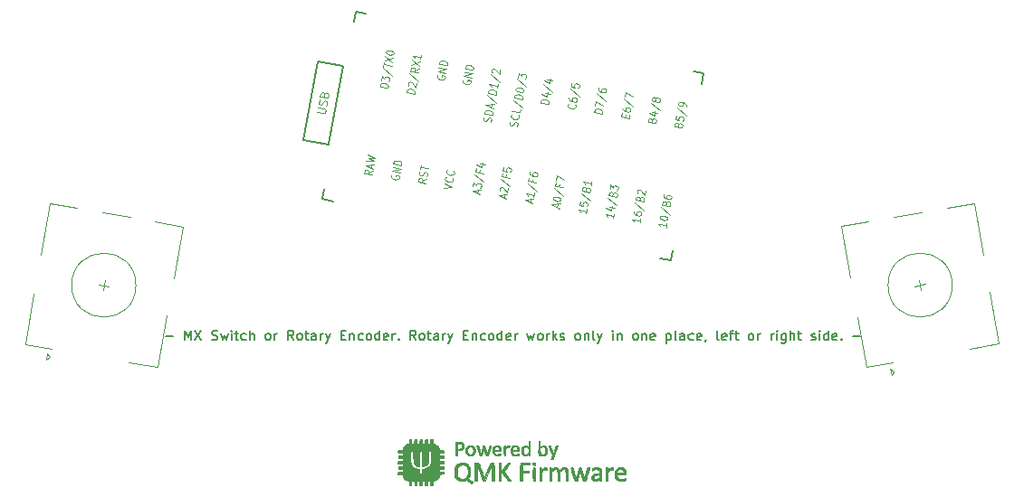
<source format=gto>
%TF.GenerationSoftware,KiCad,Pcbnew,(5.1.9-0-10_14)*%
%TF.CreationDate,2021-06-24T13:30:28+09:00*%
%TF.ProjectId,reviung5,72657669-756e-4673-952e-6b696361645f,1*%
%TF.SameCoordinates,PX1c9c380PY1c9c380*%
%TF.FileFunction,Legend,Top*%
%TF.FilePolarity,Positive*%
%FSLAX46Y46*%
G04 Gerber Fmt 4.6, Leading zero omitted, Abs format (unit mm)*
G04 Created by KiCad (PCBNEW (5.1.9-0-10_14)) date 2021-06-24 13:30:28*
%MOMM*%
%LPD*%
G01*
G04 APERTURE LIST*
%ADD10C,0.150000*%
%ADD11C,0.010000*%
%ADD12C,0.120000*%
%ADD13C,0.125000*%
G04 APERTURE END LIST*
D10*
X17514285Y-30474285D02*
X18200000Y-30474285D01*
X19314285Y-30817142D02*
X19314285Y-29917142D01*
X19614285Y-30560000D01*
X19914285Y-29917142D01*
X19914285Y-30817142D01*
X20257142Y-29917142D02*
X20857142Y-30817142D01*
X20857142Y-29917142D02*
X20257142Y-30817142D01*
X21842857Y-30774285D02*
X21971428Y-30817142D01*
X22185714Y-30817142D01*
X22271428Y-30774285D01*
X22314285Y-30731428D01*
X22357142Y-30645714D01*
X22357142Y-30560000D01*
X22314285Y-30474285D01*
X22271428Y-30431428D01*
X22185714Y-30388571D01*
X22014285Y-30345714D01*
X21928571Y-30302857D01*
X21885714Y-30260000D01*
X21842857Y-30174285D01*
X21842857Y-30088571D01*
X21885714Y-30002857D01*
X21928571Y-29960000D01*
X22014285Y-29917142D01*
X22228571Y-29917142D01*
X22357142Y-29960000D01*
X22657142Y-30217142D02*
X22828571Y-30817142D01*
X23000000Y-30388571D01*
X23171428Y-30817142D01*
X23342857Y-30217142D01*
X23685714Y-30817142D02*
X23685714Y-30217142D01*
X23685714Y-29917142D02*
X23642857Y-29960000D01*
X23685714Y-30002857D01*
X23728571Y-29960000D01*
X23685714Y-29917142D01*
X23685714Y-30002857D01*
X23985714Y-30217142D02*
X24328571Y-30217142D01*
X24114285Y-29917142D02*
X24114285Y-30688571D01*
X24157142Y-30774285D01*
X24242857Y-30817142D01*
X24328571Y-30817142D01*
X25014285Y-30774285D02*
X24928571Y-30817142D01*
X24757142Y-30817142D01*
X24671428Y-30774285D01*
X24628571Y-30731428D01*
X24585714Y-30645714D01*
X24585714Y-30388571D01*
X24628571Y-30302857D01*
X24671428Y-30260000D01*
X24757142Y-30217142D01*
X24928571Y-30217142D01*
X25014285Y-30260000D01*
X25400000Y-30817142D02*
X25400000Y-29917142D01*
X25785714Y-30817142D02*
X25785714Y-30345714D01*
X25742857Y-30260000D01*
X25657142Y-30217142D01*
X25528571Y-30217142D01*
X25442857Y-30260000D01*
X25400000Y-30302857D01*
X27028571Y-30817142D02*
X26942857Y-30774285D01*
X26900000Y-30731428D01*
X26857142Y-30645714D01*
X26857142Y-30388571D01*
X26900000Y-30302857D01*
X26942857Y-30260000D01*
X27028571Y-30217142D01*
X27157142Y-30217142D01*
X27242857Y-30260000D01*
X27285714Y-30302857D01*
X27328571Y-30388571D01*
X27328571Y-30645714D01*
X27285714Y-30731428D01*
X27242857Y-30774285D01*
X27157142Y-30817142D01*
X27028571Y-30817142D01*
X27714285Y-30817142D02*
X27714285Y-30217142D01*
X27714285Y-30388571D02*
X27757142Y-30302857D01*
X27800000Y-30260000D01*
X27885714Y-30217142D01*
X27971428Y-30217142D01*
X29471428Y-30817142D02*
X29171428Y-30388571D01*
X28957142Y-30817142D02*
X28957142Y-29917142D01*
X29300000Y-29917142D01*
X29385714Y-29960000D01*
X29428571Y-30002857D01*
X29471428Y-30088571D01*
X29471428Y-30217142D01*
X29428571Y-30302857D01*
X29385714Y-30345714D01*
X29300000Y-30388571D01*
X28957142Y-30388571D01*
X29985714Y-30817142D02*
X29900000Y-30774285D01*
X29857142Y-30731428D01*
X29814285Y-30645714D01*
X29814285Y-30388571D01*
X29857142Y-30302857D01*
X29900000Y-30260000D01*
X29985714Y-30217142D01*
X30114285Y-30217142D01*
X30200000Y-30260000D01*
X30242857Y-30302857D01*
X30285714Y-30388571D01*
X30285714Y-30645714D01*
X30242857Y-30731428D01*
X30200000Y-30774285D01*
X30114285Y-30817142D01*
X29985714Y-30817142D01*
X30542857Y-30217142D02*
X30885714Y-30217142D01*
X30671428Y-29917142D02*
X30671428Y-30688571D01*
X30714285Y-30774285D01*
X30800000Y-30817142D01*
X30885714Y-30817142D01*
X31571428Y-30817142D02*
X31571428Y-30345714D01*
X31528571Y-30260000D01*
X31442857Y-30217142D01*
X31271428Y-30217142D01*
X31185714Y-30260000D01*
X31571428Y-30774285D02*
X31485714Y-30817142D01*
X31271428Y-30817142D01*
X31185714Y-30774285D01*
X31142857Y-30688571D01*
X31142857Y-30602857D01*
X31185714Y-30517142D01*
X31271428Y-30474285D01*
X31485714Y-30474285D01*
X31571428Y-30431428D01*
X32000000Y-30817142D02*
X32000000Y-30217142D01*
X32000000Y-30388571D02*
X32042857Y-30302857D01*
X32085714Y-30260000D01*
X32171428Y-30217142D01*
X32257142Y-30217142D01*
X32471428Y-30217142D02*
X32685714Y-30817142D01*
X32900000Y-30217142D02*
X32685714Y-30817142D01*
X32600000Y-31031428D01*
X32557142Y-31074285D01*
X32471428Y-31117142D01*
X33928571Y-30345714D02*
X34228571Y-30345714D01*
X34357142Y-30817142D02*
X33928571Y-30817142D01*
X33928571Y-29917142D01*
X34357142Y-29917142D01*
X34742857Y-30217142D02*
X34742857Y-30817142D01*
X34742857Y-30302857D02*
X34785714Y-30260000D01*
X34871428Y-30217142D01*
X35000000Y-30217142D01*
X35085714Y-30260000D01*
X35128571Y-30345714D01*
X35128571Y-30817142D01*
X35942857Y-30774285D02*
X35857142Y-30817142D01*
X35685714Y-30817142D01*
X35600000Y-30774285D01*
X35557142Y-30731428D01*
X35514285Y-30645714D01*
X35514285Y-30388571D01*
X35557142Y-30302857D01*
X35600000Y-30260000D01*
X35685714Y-30217142D01*
X35857142Y-30217142D01*
X35942857Y-30260000D01*
X36457142Y-30817142D02*
X36371428Y-30774285D01*
X36328571Y-30731428D01*
X36285714Y-30645714D01*
X36285714Y-30388571D01*
X36328571Y-30302857D01*
X36371428Y-30260000D01*
X36457142Y-30217142D01*
X36585714Y-30217142D01*
X36671428Y-30260000D01*
X36714285Y-30302857D01*
X36757142Y-30388571D01*
X36757142Y-30645714D01*
X36714285Y-30731428D01*
X36671428Y-30774285D01*
X36585714Y-30817142D01*
X36457142Y-30817142D01*
X37528571Y-30817142D02*
X37528571Y-29917142D01*
X37528571Y-30774285D02*
X37442857Y-30817142D01*
X37271428Y-30817142D01*
X37185714Y-30774285D01*
X37142857Y-30731428D01*
X37100000Y-30645714D01*
X37100000Y-30388571D01*
X37142857Y-30302857D01*
X37185714Y-30260000D01*
X37271428Y-30217142D01*
X37442857Y-30217142D01*
X37528571Y-30260000D01*
X38300000Y-30774285D02*
X38214285Y-30817142D01*
X38042857Y-30817142D01*
X37957142Y-30774285D01*
X37914285Y-30688571D01*
X37914285Y-30345714D01*
X37957142Y-30260000D01*
X38042857Y-30217142D01*
X38214285Y-30217142D01*
X38300000Y-30260000D01*
X38342857Y-30345714D01*
X38342857Y-30431428D01*
X37914285Y-30517142D01*
X38728571Y-30817142D02*
X38728571Y-30217142D01*
X38728571Y-30388571D02*
X38771428Y-30302857D01*
X38814285Y-30260000D01*
X38900000Y-30217142D01*
X38985714Y-30217142D01*
X39285714Y-30731428D02*
X39328571Y-30774285D01*
X39285714Y-30817142D01*
X39242857Y-30774285D01*
X39285714Y-30731428D01*
X39285714Y-30817142D01*
X40914285Y-30817142D02*
X40614285Y-30388571D01*
X40400000Y-30817142D02*
X40400000Y-29917142D01*
X40742857Y-29917142D01*
X40828571Y-29960000D01*
X40871428Y-30002857D01*
X40914285Y-30088571D01*
X40914285Y-30217142D01*
X40871428Y-30302857D01*
X40828571Y-30345714D01*
X40742857Y-30388571D01*
X40400000Y-30388571D01*
X41428571Y-30817142D02*
X41342857Y-30774285D01*
X41300000Y-30731428D01*
X41257142Y-30645714D01*
X41257142Y-30388571D01*
X41300000Y-30302857D01*
X41342857Y-30260000D01*
X41428571Y-30217142D01*
X41557142Y-30217142D01*
X41642857Y-30260000D01*
X41685714Y-30302857D01*
X41728571Y-30388571D01*
X41728571Y-30645714D01*
X41685714Y-30731428D01*
X41642857Y-30774285D01*
X41557142Y-30817142D01*
X41428571Y-30817142D01*
X41985714Y-30217142D02*
X42328571Y-30217142D01*
X42114285Y-29917142D02*
X42114285Y-30688571D01*
X42157142Y-30774285D01*
X42242857Y-30817142D01*
X42328571Y-30817142D01*
X43014285Y-30817142D02*
X43014285Y-30345714D01*
X42971428Y-30260000D01*
X42885714Y-30217142D01*
X42714285Y-30217142D01*
X42628571Y-30260000D01*
X43014285Y-30774285D02*
X42928571Y-30817142D01*
X42714285Y-30817142D01*
X42628571Y-30774285D01*
X42585714Y-30688571D01*
X42585714Y-30602857D01*
X42628571Y-30517142D01*
X42714285Y-30474285D01*
X42928571Y-30474285D01*
X43014285Y-30431428D01*
X43442857Y-30817142D02*
X43442857Y-30217142D01*
X43442857Y-30388571D02*
X43485714Y-30302857D01*
X43528571Y-30260000D01*
X43614285Y-30217142D01*
X43700000Y-30217142D01*
X43914285Y-30217142D02*
X44128571Y-30817142D01*
X44342857Y-30217142D02*
X44128571Y-30817142D01*
X44042857Y-31031428D01*
X44000000Y-31074285D01*
X43914285Y-31117142D01*
X45371428Y-30345714D02*
X45671428Y-30345714D01*
X45800000Y-30817142D02*
X45371428Y-30817142D01*
X45371428Y-29917142D01*
X45800000Y-29917142D01*
X46185714Y-30217142D02*
X46185714Y-30817142D01*
X46185714Y-30302857D02*
X46228571Y-30260000D01*
X46314285Y-30217142D01*
X46442857Y-30217142D01*
X46528571Y-30260000D01*
X46571428Y-30345714D01*
X46571428Y-30817142D01*
X47385714Y-30774285D02*
X47300000Y-30817142D01*
X47128571Y-30817142D01*
X47042857Y-30774285D01*
X47000000Y-30731428D01*
X46957142Y-30645714D01*
X46957142Y-30388571D01*
X47000000Y-30302857D01*
X47042857Y-30260000D01*
X47128571Y-30217142D01*
X47300000Y-30217142D01*
X47385714Y-30260000D01*
X47900000Y-30817142D02*
X47814285Y-30774285D01*
X47771428Y-30731428D01*
X47728571Y-30645714D01*
X47728571Y-30388571D01*
X47771428Y-30302857D01*
X47814285Y-30260000D01*
X47900000Y-30217142D01*
X48028571Y-30217142D01*
X48114285Y-30260000D01*
X48157142Y-30302857D01*
X48200000Y-30388571D01*
X48200000Y-30645714D01*
X48157142Y-30731428D01*
X48114285Y-30774285D01*
X48028571Y-30817142D01*
X47900000Y-30817142D01*
X48971428Y-30817142D02*
X48971428Y-29917142D01*
X48971428Y-30774285D02*
X48885714Y-30817142D01*
X48714285Y-30817142D01*
X48628571Y-30774285D01*
X48585714Y-30731428D01*
X48542857Y-30645714D01*
X48542857Y-30388571D01*
X48585714Y-30302857D01*
X48628571Y-30260000D01*
X48714285Y-30217142D01*
X48885714Y-30217142D01*
X48971428Y-30260000D01*
X49742857Y-30774285D02*
X49657142Y-30817142D01*
X49485714Y-30817142D01*
X49400000Y-30774285D01*
X49357142Y-30688571D01*
X49357142Y-30345714D01*
X49400000Y-30260000D01*
X49485714Y-30217142D01*
X49657142Y-30217142D01*
X49742857Y-30260000D01*
X49785714Y-30345714D01*
X49785714Y-30431428D01*
X49357142Y-30517142D01*
X50171428Y-30817142D02*
X50171428Y-30217142D01*
X50171428Y-30388571D02*
X50214285Y-30302857D01*
X50257142Y-30260000D01*
X50342857Y-30217142D01*
X50428571Y-30217142D01*
X51328571Y-30217142D02*
X51500000Y-30817142D01*
X51671428Y-30388571D01*
X51842857Y-30817142D01*
X52014285Y-30217142D01*
X52485714Y-30817142D02*
X52400000Y-30774285D01*
X52357142Y-30731428D01*
X52314285Y-30645714D01*
X52314285Y-30388571D01*
X52357142Y-30302857D01*
X52400000Y-30260000D01*
X52485714Y-30217142D01*
X52614285Y-30217142D01*
X52700000Y-30260000D01*
X52742857Y-30302857D01*
X52785714Y-30388571D01*
X52785714Y-30645714D01*
X52742857Y-30731428D01*
X52700000Y-30774285D01*
X52614285Y-30817142D01*
X52485714Y-30817142D01*
X53171428Y-30817142D02*
X53171428Y-30217142D01*
X53171428Y-30388571D02*
X53214285Y-30302857D01*
X53257142Y-30260000D01*
X53342857Y-30217142D01*
X53428571Y-30217142D01*
X53728571Y-30817142D02*
X53728571Y-29917142D01*
X53814285Y-30474285D02*
X54071428Y-30817142D01*
X54071428Y-30217142D02*
X53728571Y-30560000D01*
X54414285Y-30774285D02*
X54500000Y-30817142D01*
X54671428Y-30817142D01*
X54757142Y-30774285D01*
X54800000Y-30688571D01*
X54800000Y-30645714D01*
X54757142Y-30560000D01*
X54671428Y-30517142D01*
X54542857Y-30517142D01*
X54457142Y-30474285D01*
X54414285Y-30388571D01*
X54414285Y-30345714D01*
X54457142Y-30260000D01*
X54542857Y-30217142D01*
X54671428Y-30217142D01*
X54757142Y-30260000D01*
X56000000Y-30817142D02*
X55914285Y-30774285D01*
X55871428Y-30731428D01*
X55828571Y-30645714D01*
X55828571Y-30388571D01*
X55871428Y-30302857D01*
X55914285Y-30260000D01*
X56000000Y-30217142D01*
X56128571Y-30217142D01*
X56214285Y-30260000D01*
X56257142Y-30302857D01*
X56300000Y-30388571D01*
X56300000Y-30645714D01*
X56257142Y-30731428D01*
X56214285Y-30774285D01*
X56128571Y-30817142D01*
X56000000Y-30817142D01*
X56685714Y-30217142D02*
X56685714Y-30817142D01*
X56685714Y-30302857D02*
X56728571Y-30260000D01*
X56814285Y-30217142D01*
X56942857Y-30217142D01*
X57028571Y-30260000D01*
X57071428Y-30345714D01*
X57071428Y-30817142D01*
X57628571Y-30817142D02*
X57542857Y-30774285D01*
X57500000Y-30688571D01*
X57500000Y-29917142D01*
X57885714Y-30217142D02*
X58100000Y-30817142D01*
X58314285Y-30217142D02*
X58100000Y-30817142D01*
X58014285Y-31031428D01*
X57971428Y-31074285D01*
X57885714Y-31117142D01*
X59342857Y-30817142D02*
X59342857Y-30217142D01*
X59342857Y-29917142D02*
X59300000Y-29960000D01*
X59342857Y-30002857D01*
X59385714Y-29960000D01*
X59342857Y-29917142D01*
X59342857Y-30002857D01*
X59771428Y-30217142D02*
X59771428Y-30817142D01*
X59771428Y-30302857D02*
X59814285Y-30260000D01*
X59900000Y-30217142D01*
X60028571Y-30217142D01*
X60114285Y-30260000D01*
X60157142Y-30345714D01*
X60157142Y-30817142D01*
X61400000Y-30817142D02*
X61314285Y-30774285D01*
X61271428Y-30731428D01*
X61228571Y-30645714D01*
X61228571Y-30388571D01*
X61271428Y-30302857D01*
X61314285Y-30260000D01*
X61400000Y-30217142D01*
X61528571Y-30217142D01*
X61614285Y-30260000D01*
X61657142Y-30302857D01*
X61700000Y-30388571D01*
X61700000Y-30645714D01*
X61657142Y-30731428D01*
X61614285Y-30774285D01*
X61528571Y-30817142D01*
X61400000Y-30817142D01*
X62085714Y-30217142D02*
X62085714Y-30817142D01*
X62085714Y-30302857D02*
X62128571Y-30260000D01*
X62214285Y-30217142D01*
X62342857Y-30217142D01*
X62428571Y-30260000D01*
X62471428Y-30345714D01*
X62471428Y-30817142D01*
X63242857Y-30774285D02*
X63157142Y-30817142D01*
X62985714Y-30817142D01*
X62900000Y-30774285D01*
X62857142Y-30688571D01*
X62857142Y-30345714D01*
X62900000Y-30260000D01*
X62985714Y-30217142D01*
X63157142Y-30217142D01*
X63242857Y-30260000D01*
X63285714Y-30345714D01*
X63285714Y-30431428D01*
X62857142Y-30517142D01*
X64357142Y-30217142D02*
X64357142Y-31117142D01*
X64357142Y-30260000D02*
X64442857Y-30217142D01*
X64614285Y-30217142D01*
X64700000Y-30260000D01*
X64742857Y-30302857D01*
X64785714Y-30388571D01*
X64785714Y-30645714D01*
X64742857Y-30731428D01*
X64700000Y-30774285D01*
X64614285Y-30817142D01*
X64442857Y-30817142D01*
X64357142Y-30774285D01*
X65300000Y-30817142D02*
X65214285Y-30774285D01*
X65171428Y-30688571D01*
X65171428Y-29917142D01*
X66028571Y-30817142D02*
X66028571Y-30345714D01*
X65985714Y-30260000D01*
X65900000Y-30217142D01*
X65728571Y-30217142D01*
X65642857Y-30260000D01*
X66028571Y-30774285D02*
X65942857Y-30817142D01*
X65728571Y-30817142D01*
X65642857Y-30774285D01*
X65600000Y-30688571D01*
X65600000Y-30602857D01*
X65642857Y-30517142D01*
X65728571Y-30474285D01*
X65942857Y-30474285D01*
X66028571Y-30431428D01*
X66842857Y-30774285D02*
X66757142Y-30817142D01*
X66585714Y-30817142D01*
X66500000Y-30774285D01*
X66457142Y-30731428D01*
X66414285Y-30645714D01*
X66414285Y-30388571D01*
X66457142Y-30302857D01*
X66500000Y-30260000D01*
X66585714Y-30217142D01*
X66757142Y-30217142D01*
X66842857Y-30260000D01*
X67571428Y-30774285D02*
X67485714Y-30817142D01*
X67314285Y-30817142D01*
X67228571Y-30774285D01*
X67185714Y-30688571D01*
X67185714Y-30345714D01*
X67228571Y-30260000D01*
X67314285Y-30217142D01*
X67485714Y-30217142D01*
X67571428Y-30260000D01*
X67614285Y-30345714D01*
X67614285Y-30431428D01*
X67185714Y-30517142D01*
X68042857Y-30774285D02*
X68042857Y-30817142D01*
X68000000Y-30902857D01*
X67957142Y-30945714D01*
X69242857Y-30817142D02*
X69157142Y-30774285D01*
X69114285Y-30688571D01*
X69114285Y-29917142D01*
X69928571Y-30774285D02*
X69842857Y-30817142D01*
X69671428Y-30817142D01*
X69585714Y-30774285D01*
X69542857Y-30688571D01*
X69542857Y-30345714D01*
X69585714Y-30260000D01*
X69671428Y-30217142D01*
X69842857Y-30217142D01*
X69928571Y-30260000D01*
X69971428Y-30345714D01*
X69971428Y-30431428D01*
X69542857Y-30517142D01*
X70228571Y-30217142D02*
X70571428Y-30217142D01*
X70357142Y-30817142D02*
X70357142Y-30045714D01*
X70400000Y-29960000D01*
X70485714Y-29917142D01*
X70571428Y-29917142D01*
X70742857Y-30217142D02*
X71085714Y-30217142D01*
X70871428Y-29917142D02*
X70871428Y-30688571D01*
X70914285Y-30774285D01*
X71000000Y-30817142D01*
X71085714Y-30817142D01*
X72200000Y-30817142D02*
X72114285Y-30774285D01*
X72071428Y-30731428D01*
X72028571Y-30645714D01*
X72028571Y-30388571D01*
X72071428Y-30302857D01*
X72114285Y-30260000D01*
X72200000Y-30217142D01*
X72328571Y-30217142D01*
X72414285Y-30260000D01*
X72457142Y-30302857D01*
X72500000Y-30388571D01*
X72500000Y-30645714D01*
X72457142Y-30731428D01*
X72414285Y-30774285D01*
X72328571Y-30817142D01*
X72200000Y-30817142D01*
X72885714Y-30817142D02*
X72885714Y-30217142D01*
X72885714Y-30388571D02*
X72928571Y-30302857D01*
X72971428Y-30260000D01*
X73057142Y-30217142D01*
X73142857Y-30217142D01*
X74128571Y-30817142D02*
X74128571Y-30217142D01*
X74128571Y-30388571D02*
X74171428Y-30302857D01*
X74214285Y-30260000D01*
X74300000Y-30217142D01*
X74385714Y-30217142D01*
X74685714Y-30817142D02*
X74685714Y-30217142D01*
X74685714Y-29917142D02*
X74642857Y-29960000D01*
X74685714Y-30002857D01*
X74728571Y-29960000D01*
X74685714Y-29917142D01*
X74685714Y-30002857D01*
X75500000Y-30217142D02*
X75500000Y-30945714D01*
X75457142Y-31031428D01*
X75414285Y-31074285D01*
X75328571Y-31117142D01*
X75200000Y-31117142D01*
X75114285Y-31074285D01*
X75500000Y-30774285D02*
X75414285Y-30817142D01*
X75242857Y-30817142D01*
X75157142Y-30774285D01*
X75114285Y-30731428D01*
X75071428Y-30645714D01*
X75071428Y-30388571D01*
X75114285Y-30302857D01*
X75157142Y-30260000D01*
X75242857Y-30217142D01*
X75414285Y-30217142D01*
X75500000Y-30260000D01*
X75928571Y-30817142D02*
X75928571Y-29917142D01*
X76314285Y-30817142D02*
X76314285Y-30345714D01*
X76271428Y-30260000D01*
X76185714Y-30217142D01*
X76057142Y-30217142D01*
X75971428Y-30260000D01*
X75928571Y-30302857D01*
X76614285Y-30217142D02*
X76957142Y-30217142D01*
X76742857Y-29917142D02*
X76742857Y-30688571D01*
X76785714Y-30774285D01*
X76871428Y-30817142D01*
X76957142Y-30817142D01*
X77900000Y-30774285D02*
X77985714Y-30817142D01*
X78157142Y-30817142D01*
X78242857Y-30774285D01*
X78285714Y-30688571D01*
X78285714Y-30645714D01*
X78242857Y-30560000D01*
X78157142Y-30517142D01*
X78028571Y-30517142D01*
X77942857Y-30474285D01*
X77900000Y-30388571D01*
X77900000Y-30345714D01*
X77942857Y-30260000D01*
X78028571Y-30217142D01*
X78157142Y-30217142D01*
X78242857Y-30260000D01*
X78671428Y-30817142D02*
X78671428Y-30217142D01*
X78671428Y-29917142D02*
X78628571Y-29960000D01*
X78671428Y-30002857D01*
X78714285Y-29960000D01*
X78671428Y-29917142D01*
X78671428Y-30002857D01*
X79485714Y-30817142D02*
X79485714Y-29917142D01*
X79485714Y-30774285D02*
X79400000Y-30817142D01*
X79228571Y-30817142D01*
X79142857Y-30774285D01*
X79100000Y-30731428D01*
X79057142Y-30645714D01*
X79057142Y-30388571D01*
X79100000Y-30302857D01*
X79142857Y-30260000D01*
X79228571Y-30217142D01*
X79400000Y-30217142D01*
X79485714Y-30260000D01*
X80257142Y-30774285D02*
X80171428Y-30817142D01*
X80000000Y-30817142D01*
X79914285Y-30774285D01*
X79871428Y-30688571D01*
X79871428Y-30345714D01*
X79914285Y-30260000D01*
X80000000Y-30217142D01*
X80171428Y-30217142D01*
X80257142Y-30260000D01*
X80300000Y-30345714D01*
X80300000Y-30431428D01*
X79871428Y-30517142D01*
X80685714Y-30731428D02*
X80728571Y-30774285D01*
X80685714Y-30817142D01*
X80642857Y-30774285D01*
X80685714Y-30731428D01*
X80685714Y-30817142D01*
X81800000Y-30474285D02*
X82485714Y-30474285D01*
D11*
%TO.C,G\u002A\u002A\u002A*%
G36*
X52525833Y-40798567D02*
G01*
X52625227Y-40735533D01*
X52705715Y-40692920D01*
X52782787Y-40674753D01*
X52833763Y-40672499D01*
X52951301Y-40689629D01*
X53044432Y-40741105D01*
X53113262Y-40827061D01*
X53157896Y-40947631D01*
X53178438Y-41102946D01*
X53178784Y-41110446D01*
X53172961Y-41278937D01*
X53140173Y-41416920D01*
X53081110Y-41523425D01*
X52996460Y-41597481D01*
X52886911Y-41638118D01*
X52798570Y-41646166D01*
X52700008Y-41631343D01*
X52613568Y-41591369D01*
X52569324Y-41552312D01*
X52533499Y-41522140D01*
X52511095Y-41531412D01*
X52504666Y-41569818D01*
X52488057Y-41619349D01*
X52446813Y-41643057D01*
X52393804Y-41634749D01*
X52382655Y-41628531D01*
X52374958Y-41614553D01*
X52368982Y-41581104D01*
X52364616Y-41524544D01*
X52361749Y-41441235D01*
X52360270Y-41327535D01*
X52360067Y-41179807D01*
X52361029Y-40994409D01*
X52361203Y-40972132D01*
X52525833Y-40972132D01*
X52525833Y-41156830D01*
X52526536Y-41246337D01*
X52530723Y-41304896D01*
X52541512Y-41343893D01*
X52562022Y-41374711D01*
X52594625Y-41408016D01*
X52687029Y-41478762D01*
X52774692Y-41508396D01*
X52856504Y-41496739D01*
X52915046Y-41459309D01*
X52970833Y-41382672D01*
X53003743Y-41273902D01*
X53012666Y-41160441D01*
X53000495Y-41026525D01*
X52966101Y-40923080D01*
X52912665Y-40852184D01*
X52843368Y-40815913D01*
X52761391Y-40816343D01*
X52669913Y-40855553D01*
X52611693Y-40898638D01*
X52525833Y-40972132D01*
X52361203Y-40972132D01*
X52361489Y-40935647D01*
X52367083Y-40259750D01*
X52446458Y-40253180D01*
X52525833Y-40246611D01*
X52525833Y-40798567D01*
G37*
X52525833Y-40798567D02*
X52625227Y-40735533D01*
X52705715Y-40692920D01*
X52782787Y-40674753D01*
X52833763Y-40672499D01*
X52951301Y-40689629D01*
X53044432Y-40741105D01*
X53113262Y-40827061D01*
X53157896Y-40947631D01*
X53178438Y-41102946D01*
X53178784Y-41110446D01*
X53172961Y-41278937D01*
X53140173Y-41416920D01*
X53081110Y-41523425D01*
X52996460Y-41597481D01*
X52886911Y-41638118D01*
X52798570Y-41646166D01*
X52700008Y-41631343D01*
X52613568Y-41591369D01*
X52569324Y-41552312D01*
X52533499Y-41522140D01*
X52511095Y-41531412D01*
X52504666Y-41569818D01*
X52488057Y-41619349D01*
X52446813Y-41643057D01*
X52393804Y-41634749D01*
X52382655Y-41628531D01*
X52374958Y-41614553D01*
X52368982Y-41581104D01*
X52364616Y-41524544D01*
X52361749Y-41441235D01*
X52360270Y-41327535D01*
X52360067Y-41179807D01*
X52361029Y-40994409D01*
X52361203Y-40972132D01*
X52525833Y-40972132D01*
X52525833Y-41156830D01*
X52526536Y-41246337D01*
X52530723Y-41304896D01*
X52541512Y-41343893D01*
X52562022Y-41374711D01*
X52594625Y-41408016D01*
X52687029Y-41478762D01*
X52774692Y-41508396D01*
X52856504Y-41496739D01*
X52915046Y-41459309D01*
X52970833Y-41382672D01*
X53003743Y-41273902D01*
X53012666Y-41160441D01*
X53000495Y-41026525D01*
X52966101Y-40923080D01*
X52912665Y-40852184D01*
X52843368Y-40815913D01*
X52761391Y-40816343D01*
X52669913Y-40855553D01*
X52611693Y-40898638D01*
X52525833Y-40972132D01*
X52361203Y-40972132D01*
X52361489Y-40935647D01*
X52367083Y-40259750D01*
X52446458Y-40253180D01*
X52525833Y-40246611D01*
X52525833Y-40798567D01*
G36*
X51594500Y-40937747D02*
G01*
X51594327Y-41128038D01*
X51593667Y-41280280D01*
X51592310Y-41398755D01*
X51590043Y-41487747D01*
X51586656Y-41551537D01*
X51581937Y-41594410D01*
X51575676Y-41620648D01*
X51567659Y-41634534D01*
X51559872Y-41639616D01*
X51509304Y-41639274D01*
X51466197Y-41606074D01*
X51446814Y-41564530D01*
X51438522Y-41537803D01*
X51424411Y-41532133D01*
X51393990Y-41548817D01*
X51355498Y-41575830D01*
X51257954Y-41624449D01*
X51149696Y-41644810D01*
X51044255Y-41636075D01*
X50959500Y-41600384D01*
X50873945Y-41518555D01*
X50816792Y-41406192D01*
X50787820Y-41262763D01*
X50783816Y-41172926D01*
X50784838Y-41147029D01*
X50953156Y-41147029D01*
X50962891Y-41286108D01*
X50994884Y-41390550D01*
X51049769Y-41462111D01*
X51072807Y-41478684D01*
X51156305Y-41507524D01*
X51245330Y-41494627D01*
X51324244Y-41451864D01*
X51382468Y-41404133D01*
X51419051Y-41353108D01*
X51438635Y-41287365D01*
X51445861Y-41195475D01*
X51446333Y-41151346D01*
X51445604Y-41067092D01*
X51440570Y-41012421D01*
X51426961Y-40974582D01*
X51400505Y-40940825D01*
X51363797Y-40904930D01*
X51272724Y-40838404D01*
X51185740Y-40811817D01*
X51106906Y-40822778D01*
X51040281Y-40868893D01*
X50989923Y-40947768D01*
X50959892Y-41057012D01*
X50953156Y-41147029D01*
X50784838Y-41147029D01*
X50788403Y-41056771D01*
X50803663Y-40967818D01*
X50826103Y-40904280D01*
X50879850Y-40815103D01*
X50951491Y-40739961D01*
X51029238Y-40690247D01*
X51057641Y-40680466D01*
X51145315Y-40673148D01*
X51243348Y-40686564D01*
X51330502Y-40716984D01*
X51357709Y-40733182D01*
X51402433Y-40762811D01*
X51431243Y-40777861D01*
X51433725Y-40778333D01*
X51438501Y-40758503D01*
X51442447Y-40704357D01*
X51445181Y-40623909D01*
X51446321Y-40525174D01*
X51446333Y-40513750D01*
X51446333Y-40249166D01*
X51594500Y-40249166D01*
X51594500Y-40937747D01*
G37*
X51594500Y-40937747D02*
X51594327Y-41128038D01*
X51593667Y-41280280D01*
X51592310Y-41398755D01*
X51590043Y-41487747D01*
X51586656Y-41551537D01*
X51581937Y-41594410D01*
X51575676Y-41620648D01*
X51567659Y-41634534D01*
X51559872Y-41639616D01*
X51509304Y-41639274D01*
X51466197Y-41606074D01*
X51446814Y-41564530D01*
X51438522Y-41537803D01*
X51424411Y-41532133D01*
X51393990Y-41548817D01*
X51355498Y-41575830D01*
X51257954Y-41624449D01*
X51149696Y-41644810D01*
X51044255Y-41636075D01*
X50959500Y-41600384D01*
X50873945Y-41518555D01*
X50816792Y-41406192D01*
X50787820Y-41262763D01*
X50783816Y-41172926D01*
X50784838Y-41147029D01*
X50953156Y-41147029D01*
X50962891Y-41286108D01*
X50994884Y-41390550D01*
X51049769Y-41462111D01*
X51072807Y-41478684D01*
X51156305Y-41507524D01*
X51245330Y-41494627D01*
X51324244Y-41451864D01*
X51382468Y-41404133D01*
X51419051Y-41353108D01*
X51438635Y-41287365D01*
X51445861Y-41195475D01*
X51446333Y-41151346D01*
X51445604Y-41067092D01*
X51440570Y-41012421D01*
X51426961Y-40974582D01*
X51400505Y-40940825D01*
X51363797Y-40904930D01*
X51272724Y-40838404D01*
X51185740Y-40811817D01*
X51106906Y-40822778D01*
X51040281Y-40868893D01*
X50989923Y-40947768D01*
X50959892Y-41057012D01*
X50953156Y-41147029D01*
X50784838Y-41147029D01*
X50788403Y-41056771D01*
X50803663Y-40967818D01*
X50826103Y-40904280D01*
X50879850Y-40815103D01*
X50951491Y-40739961D01*
X51029238Y-40690247D01*
X51057641Y-40680466D01*
X51145315Y-40673148D01*
X51243348Y-40686564D01*
X51330502Y-40716984D01*
X51357709Y-40733182D01*
X51402433Y-40762811D01*
X51431243Y-40777861D01*
X51433725Y-40778333D01*
X51438501Y-40758503D01*
X51442447Y-40704357D01*
X51445181Y-40623909D01*
X51446321Y-40525174D01*
X51446333Y-40513750D01*
X51446333Y-40249166D01*
X51594500Y-40249166D01*
X51594500Y-40937747D01*
G36*
X50324197Y-40686255D02*
G01*
X50380995Y-40709669D01*
X50398583Y-40719375D01*
X50484444Y-40792008D01*
X50544919Y-40892885D01*
X50575577Y-41013465D01*
X50578500Y-41066099D01*
X50577645Y-41114333D01*
X50571213Y-41149439D01*
X50553398Y-41173511D01*
X50518394Y-41188642D01*
X50460397Y-41196925D01*
X50373601Y-41200452D01*
X50252202Y-41201318D01*
X50203320Y-41201377D01*
X49923391Y-41201666D01*
X49936468Y-41270458D01*
X49973762Y-41382919D01*
X50036463Y-41461539D01*
X50124588Y-41506325D01*
X50238151Y-41517284D01*
X50377169Y-41494423D01*
X50408312Y-41485709D01*
X50486574Y-41467980D01*
X50531782Y-41472807D01*
X50547602Y-41501677D01*
X50542361Y-41540096D01*
X50511810Y-41582507D01*
X50444432Y-41613188D01*
X50338619Y-41632684D01*
X50250416Y-41639525D01*
X50151712Y-41641663D01*
X50080429Y-41635382D01*
X50022173Y-41618876D01*
X49996416Y-41607652D01*
X49897945Y-41544147D01*
X49828615Y-41458699D01*
X49786195Y-41346932D01*
X49768451Y-41204471D01*
X49767600Y-41159333D01*
X49775352Y-41074666D01*
X49926791Y-41074666D01*
X50180827Y-41074666D01*
X50288453Y-41074070D01*
X50360133Y-41071693D01*
X50402245Y-41066648D01*
X50421168Y-41058051D01*
X50423279Y-41045016D01*
X50422014Y-41041185D01*
X50410891Y-40991042D01*
X50409166Y-40965473D01*
X50394865Y-40924245D01*
X50359319Y-40874202D01*
X50347294Y-40861371D01*
X50271188Y-40811476D01*
X50185929Y-40796576D01*
X50100832Y-40813574D01*
X50025212Y-40859372D01*
X49968383Y-40930872D01*
X49944605Y-40995291D01*
X49926791Y-41074666D01*
X49775352Y-41074666D01*
X49782023Y-41001807D01*
X49825298Y-40875044D01*
X49897249Y-40779257D01*
X49997694Y-40714657D01*
X50126456Y-40681456D01*
X50173994Y-40677480D01*
X50261100Y-40676626D01*
X50324197Y-40686255D01*
G37*
X50324197Y-40686255D02*
X50380995Y-40709669D01*
X50398583Y-40719375D01*
X50484444Y-40792008D01*
X50544919Y-40892885D01*
X50575577Y-41013465D01*
X50578500Y-41066099D01*
X50577645Y-41114333D01*
X50571213Y-41149439D01*
X50553398Y-41173511D01*
X50518394Y-41188642D01*
X50460397Y-41196925D01*
X50373601Y-41200452D01*
X50252202Y-41201318D01*
X50203320Y-41201377D01*
X49923391Y-41201666D01*
X49936468Y-41270458D01*
X49973762Y-41382919D01*
X50036463Y-41461539D01*
X50124588Y-41506325D01*
X50238151Y-41517284D01*
X50377169Y-41494423D01*
X50408312Y-41485709D01*
X50486574Y-41467980D01*
X50531782Y-41472807D01*
X50547602Y-41501677D01*
X50542361Y-41540096D01*
X50511810Y-41582507D01*
X50444432Y-41613188D01*
X50338619Y-41632684D01*
X50250416Y-41639525D01*
X50151712Y-41641663D01*
X50080429Y-41635382D01*
X50022173Y-41618876D01*
X49996416Y-41607652D01*
X49897945Y-41544147D01*
X49828615Y-41458699D01*
X49786195Y-41346932D01*
X49768451Y-41204471D01*
X49767600Y-41159333D01*
X49775352Y-41074666D01*
X49926791Y-41074666D01*
X50180827Y-41074666D01*
X50288453Y-41074070D01*
X50360133Y-41071693D01*
X50402245Y-41066648D01*
X50421168Y-41058051D01*
X50423279Y-41045016D01*
X50422014Y-41041185D01*
X50410891Y-40991042D01*
X50409166Y-40965473D01*
X50394865Y-40924245D01*
X50359319Y-40874202D01*
X50347294Y-40861371D01*
X50271188Y-40811476D01*
X50185929Y-40796576D01*
X50100832Y-40813574D01*
X50025212Y-40859372D01*
X49968383Y-40930872D01*
X49944605Y-40995291D01*
X49926791Y-41074666D01*
X49775352Y-41074666D01*
X49782023Y-41001807D01*
X49825298Y-40875044D01*
X49897249Y-40779257D01*
X49997694Y-40714657D01*
X50126456Y-40681456D01*
X50173994Y-40677480D01*
X50261100Y-40676626D01*
X50324197Y-40686255D01*
G36*
X49614880Y-40684981D02*
G01*
X49657154Y-40721875D01*
X49664680Y-40782359D01*
X49664666Y-40782459D01*
X49655602Y-40812734D01*
X49631792Y-40825301D01*
X49580931Y-40825385D01*
X49566057Y-40824335D01*
X49510178Y-40823336D01*
X49469214Y-40835521D01*
X49427380Y-40868145D01*
X49391432Y-40904602D01*
X49308500Y-40991782D01*
X49308500Y-41306126D01*
X49307904Y-41430171D01*
X49305689Y-41518172D01*
X49301213Y-41576405D01*
X49293833Y-41611151D01*
X49282906Y-41628685D01*
X49275018Y-41633318D01*
X49202728Y-41642593D01*
X49165625Y-41632148D01*
X49156397Y-41617667D01*
X49149398Y-41579961D01*
X49144403Y-41515028D01*
X49141187Y-41418864D01*
X49139526Y-41287466D01*
X49139166Y-41159834D01*
X49139470Y-41007070D01*
X49140636Y-40891384D01*
X49143050Y-40807523D01*
X49147096Y-40750236D01*
X49153156Y-40714269D01*
X49161617Y-40694370D01*
X49172861Y-40685287D01*
X49173898Y-40684867D01*
X49233533Y-40678503D01*
X49273815Y-40707327D01*
X49287333Y-40761056D01*
X49287333Y-40825592D01*
X49372060Y-40749046D01*
X49435130Y-40699566D01*
X49490860Y-40676788D01*
X49538802Y-40672500D01*
X49614880Y-40684981D01*
G37*
X49614880Y-40684981D02*
X49657154Y-40721875D01*
X49664680Y-40782359D01*
X49664666Y-40782459D01*
X49655602Y-40812734D01*
X49631792Y-40825301D01*
X49580931Y-40825385D01*
X49566057Y-40824335D01*
X49510178Y-40823336D01*
X49469214Y-40835521D01*
X49427380Y-40868145D01*
X49391432Y-40904602D01*
X49308500Y-40991782D01*
X49308500Y-41306126D01*
X49307904Y-41430171D01*
X49305689Y-41518172D01*
X49301213Y-41576405D01*
X49293833Y-41611151D01*
X49282906Y-41628685D01*
X49275018Y-41633318D01*
X49202728Y-41642593D01*
X49165625Y-41632148D01*
X49156397Y-41617667D01*
X49149398Y-41579961D01*
X49144403Y-41515028D01*
X49141187Y-41418864D01*
X49139526Y-41287466D01*
X49139166Y-41159834D01*
X49139470Y-41007070D01*
X49140636Y-40891384D01*
X49143050Y-40807523D01*
X49147096Y-40750236D01*
X49153156Y-40714269D01*
X49161617Y-40694370D01*
X49172861Y-40685287D01*
X49173898Y-40684867D01*
X49233533Y-40678503D01*
X49273815Y-40707327D01*
X49287333Y-40761056D01*
X49287333Y-40825592D01*
X49372060Y-40749046D01*
X49435130Y-40699566D01*
X49490860Y-40676788D01*
X49538802Y-40672500D01*
X49614880Y-40684981D01*
G36*
X48650613Y-40696747D02*
G01*
X48704070Y-40720484D01*
X48788196Y-40786272D01*
X48843901Y-40874979D01*
X48874457Y-40992568D01*
X48879742Y-41040727D01*
X48883830Y-41097444D01*
X48881940Y-41138912D01*
X48868531Y-41167524D01*
X48838060Y-41185675D01*
X48784987Y-41195756D01*
X48703768Y-41200163D01*
X48588862Y-41201288D01*
X48507776Y-41201377D01*
X48225636Y-41201666D01*
X48240450Y-41270458D01*
X48280977Y-41383973D01*
X48346143Y-41463115D01*
X48435752Y-41507791D01*
X48549605Y-41517911D01*
X48687504Y-41493381D01*
X48707177Y-41487645D01*
X48779244Y-41466495D01*
X48819815Y-41459401D01*
X48837940Y-41468242D01*
X48842667Y-41494891D01*
X48842833Y-41515769D01*
X48830123Y-41568494D01*
X48785305Y-41603223D01*
X48784625Y-41603548D01*
X48725834Y-41620231D01*
X48639386Y-41631739D01*
X48539699Y-41637534D01*
X48441194Y-41637079D01*
X48358290Y-41629839D01*
X48318548Y-41620890D01*
X48225077Y-41568599D01*
X48152954Y-41487196D01*
X48102339Y-41384218D01*
X48073394Y-41267201D01*
X48066279Y-41143683D01*
X48078819Y-41040433D01*
X48238588Y-41040433D01*
X48247525Y-41061029D01*
X48277895Y-41071243D01*
X48335897Y-41074630D01*
X48427734Y-41074743D01*
X48470990Y-41074666D01*
X48715833Y-41074666D01*
X48715833Y-41020698D01*
X48702212Y-40949616D01*
X48667843Y-40879358D01*
X48622462Y-40828476D01*
X48611172Y-40821294D01*
X48563579Y-40806989D01*
X48498593Y-40799726D01*
X48486015Y-40799500D01*
X48403581Y-40816221D01*
X48328348Y-40859955D01*
X48274422Y-40921055D01*
X48260201Y-40953887D01*
X48244880Y-41005904D01*
X48238588Y-41040433D01*
X48078819Y-41040433D01*
X48081155Y-41021202D01*
X48118183Y-40907294D01*
X48177524Y-40809498D01*
X48259339Y-40735349D01*
X48299191Y-40713636D01*
X48413634Y-40680011D01*
X48536045Y-40674470D01*
X48650613Y-40696747D01*
G37*
X48650613Y-40696747D02*
X48704070Y-40720484D01*
X48788196Y-40786272D01*
X48843901Y-40874979D01*
X48874457Y-40992568D01*
X48879742Y-41040727D01*
X48883830Y-41097444D01*
X48881940Y-41138912D01*
X48868531Y-41167524D01*
X48838060Y-41185675D01*
X48784987Y-41195756D01*
X48703768Y-41200163D01*
X48588862Y-41201288D01*
X48507776Y-41201377D01*
X48225636Y-41201666D01*
X48240450Y-41270458D01*
X48280977Y-41383973D01*
X48346143Y-41463115D01*
X48435752Y-41507791D01*
X48549605Y-41517911D01*
X48687504Y-41493381D01*
X48707177Y-41487645D01*
X48779244Y-41466495D01*
X48819815Y-41459401D01*
X48837940Y-41468242D01*
X48842667Y-41494891D01*
X48842833Y-41515769D01*
X48830123Y-41568494D01*
X48785305Y-41603223D01*
X48784625Y-41603548D01*
X48725834Y-41620231D01*
X48639386Y-41631739D01*
X48539699Y-41637534D01*
X48441194Y-41637079D01*
X48358290Y-41629839D01*
X48318548Y-41620890D01*
X48225077Y-41568599D01*
X48152954Y-41487196D01*
X48102339Y-41384218D01*
X48073394Y-41267201D01*
X48066279Y-41143683D01*
X48078819Y-41040433D01*
X48238588Y-41040433D01*
X48247525Y-41061029D01*
X48277895Y-41071243D01*
X48335897Y-41074630D01*
X48427734Y-41074743D01*
X48470990Y-41074666D01*
X48715833Y-41074666D01*
X48715833Y-41020698D01*
X48702212Y-40949616D01*
X48667843Y-40879358D01*
X48622462Y-40828476D01*
X48611172Y-40821294D01*
X48563579Y-40806989D01*
X48498593Y-40799726D01*
X48486015Y-40799500D01*
X48403581Y-40816221D01*
X48328348Y-40859955D01*
X48274422Y-40921055D01*
X48260201Y-40953887D01*
X48244880Y-41005904D01*
X48238588Y-41040433D01*
X48078819Y-41040433D01*
X48081155Y-41021202D01*
X48118183Y-40907294D01*
X48177524Y-40809498D01*
X48259339Y-40735349D01*
X48299191Y-40713636D01*
X48413634Y-40680011D01*
X48536045Y-40674470D01*
X48650613Y-40696747D01*
G36*
X47899104Y-40673598D02*
G01*
X47914791Y-40689466D01*
X47918550Y-40724950D01*
X47910139Y-40784094D01*
X47889315Y-40870946D01*
X47855834Y-40989553D01*
X47809455Y-41143961D01*
X47804337Y-41160745D01*
X47756509Y-41315881D01*
X47717894Y-41434845D01*
X47685833Y-41522101D01*
X47657666Y-41582111D01*
X47630737Y-41619338D01*
X47602385Y-41638245D01*
X47569952Y-41643296D01*
X47530780Y-41638954D01*
X47520572Y-41637102D01*
X47494231Y-41631213D01*
X47473744Y-41620770D01*
X47456115Y-41599576D01*
X47438348Y-41561433D01*
X47417448Y-41500143D01*
X47390418Y-41409509D01*
X47361047Y-41307081D01*
X47329218Y-41198546D01*
X47300492Y-41106008D01*
X47277149Y-41036398D01*
X47261467Y-40996645D01*
X47256778Y-40990000D01*
X47246854Y-41009320D01*
X47228600Y-41062563D01*
X47204219Y-41142649D01*
X47175915Y-41242499D01*
X47160842Y-41298146D01*
X47125572Y-41426246D01*
X47096504Y-41518734D01*
X47070439Y-41581273D01*
X47044183Y-41619528D01*
X47014537Y-41639162D01*
X46978306Y-41645840D01*
X46964437Y-41646166D01*
X46914205Y-41633712D01*
X46889477Y-41619708D01*
X46874520Y-41593560D01*
X46850086Y-41534165D01*
X46818576Y-41448907D01*
X46782395Y-41345172D01*
X46743944Y-41230344D01*
X46705627Y-41111808D01*
X46669846Y-40996948D01*
X46639004Y-40893150D01*
X46615503Y-40807799D01*
X46601748Y-40748279D01*
X46599166Y-40727443D01*
X46616074Y-40690264D01*
X46658727Y-40676248D01*
X46712108Y-40688232D01*
X46731430Y-40702926D01*
X46750985Y-40732503D01*
X46772947Y-40782445D01*
X46799491Y-40858239D01*
X46832792Y-40965366D01*
X46863981Y-41071192D01*
X46898328Y-41186207D01*
X46929422Y-41284443D01*
X46955176Y-41359776D01*
X46973507Y-41406083D01*
X46982008Y-41417802D01*
X46991396Y-41393270D01*
X47009295Y-41334772D01*
X47033683Y-41249348D01*
X47062541Y-41144033D01*
X47086618Y-41053500D01*
X47118118Y-40937510D01*
X47147670Y-40835956D01*
X47173059Y-40755904D01*
X47192070Y-40704419D01*
X47200957Y-40688699D01*
X47255459Y-40673833D01*
X47313702Y-40690043D01*
X47315296Y-40691033D01*
X47330153Y-40716418D01*
X47353717Y-40775619D01*
X47383530Y-40861614D01*
X47417134Y-40967384D01*
X47445353Y-41062418D01*
X47479073Y-41178148D01*
X47509207Y-41279110D01*
X47533674Y-41358521D01*
X47550390Y-41409595D01*
X47556873Y-41425595D01*
X47565451Y-41409478D01*
X47583380Y-41358802D01*
X47608664Y-41279791D01*
X47639304Y-41178671D01*
X47670920Y-41070029D01*
X47708738Y-40939037D01*
X47737863Y-40843020D01*
X47760757Y-40776115D01*
X47779883Y-40732460D01*
X47797706Y-40706192D01*
X47816688Y-40691451D01*
X47832920Y-40684518D01*
X47871733Y-40673297D01*
X47899104Y-40673598D01*
G37*
X47899104Y-40673598D02*
X47914791Y-40689466D01*
X47918550Y-40724950D01*
X47910139Y-40784094D01*
X47889315Y-40870946D01*
X47855834Y-40989553D01*
X47809455Y-41143961D01*
X47804337Y-41160745D01*
X47756509Y-41315881D01*
X47717894Y-41434845D01*
X47685833Y-41522101D01*
X47657666Y-41582111D01*
X47630737Y-41619338D01*
X47602385Y-41638245D01*
X47569952Y-41643296D01*
X47530780Y-41638954D01*
X47520572Y-41637102D01*
X47494231Y-41631213D01*
X47473744Y-41620770D01*
X47456115Y-41599576D01*
X47438348Y-41561433D01*
X47417448Y-41500143D01*
X47390418Y-41409509D01*
X47361047Y-41307081D01*
X47329218Y-41198546D01*
X47300492Y-41106008D01*
X47277149Y-41036398D01*
X47261467Y-40996645D01*
X47256778Y-40990000D01*
X47246854Y-41009320D01*
X47228600Y-41062563D01*
X47204219Y-41142649D01*
X47175915Y-41242499D01*
X47160842Y-41298146D01*
X47125572Y-41426246D01*
X47096504Y-41518734D01*
X47070439Y-41581273D01*
X47044183Y-41619528D01*
X47014537Y-41639162D01*
X46978306Y-41645840D01*
X46964437Y-41646166D01*
X46914205Y-41633712D01*
X46889477Y-41619708D01*
X46874520Y-41593560D01*
X46850086Y-41534165D01*
X46818576Y-41448907D01*
X46782395Y-41345172D01*
X46743944Y-41230344D01*
X46705627Y-41111808D01*
X46669846Y-40996948D01*
X46639004Y-40893150D01*
X46615503Y-40807799D01*
X46601748Y-40748279D01*
X46599166Y-40727443D01*
X46616074Y-40690264D01*
X46658727Y-40676248D01*
X46712108Y-40688232D01*
X46731430Y-40702926D01*
X46750985Y-40732503D01*
X46772947Y-40782445D01*
X46799491Y-40858239D01*
X46832792Y-40965366D01*
X46863981Y-41071192D01*
X46898328Y-41186207D01*
X46929422Y-41284443D01*
X46955176Y-41359776D01*
X46973507Y-41406083D01*
X46982008Y-41417802D01*
X46991396Y-41393270D01*
X47009295Y-41334772D01*
X47033683Y-41249348D01*
X47062541Y-41144033D01*
X47086618Y-41053500D01*
X47118118Y-40937510D01*
X47147670Y-40835956D01*
X47173059Y-40755904D01*
X47192070Y-40704419D01*
X47200957Y-40688699D01*
X47255459Y-40673833D01*
X47313702Y-40690043D01*
X47315296Y-40691033D01*
X47330153Y-40716418D01*
X47353717Y-40775619D01*
X47383530Y-40861614D01*
X47417134Y-40967384D01*
X47445353Y-41062418D01*
X47479073Y-41178148D01*
X47509207Y-41279110D01*
X47533674Y-41358521D01*
X47550390Y-41409595D01*
X47556873Y-41425595D01*
X47565451Y-41409478D01*
X47583380Y-41358802D01*
X47608664Y-41279791D01*
X47639304Y-41178671D01*
X47670920Y-41070029D01*
X47708738Y-40939037D01*
X47737863Y-40843020D01*
X47760757Y-40776115D01*
X47779883Y-40732460D01*
X47797706Y-40706192D01*
X47816688Y-40691451D01*
X47832920Y-40684518D01*
X47871733Y-40673297D01*
X47899104Y-40673598D01*
G36*
X46158305Y-40688635D02*
G01*
X46271388Y-40736595D01*
X46356872Y-40816583D01*
X46414494Y-40928340D01*
X46443987Y-41071604D01*
X46445784Y-41093125D01*
X46441966Y-41255579D01*
X46406924Y-41392616D01*
X46342323Y-41502186D01*
X46249830Y-41582241D01*
X46131107Y-41630732D01*
X45996723Y-41645701D01*
X45884538Y-41635571D01*
X45788820Y-41608751D01*
X45782155Y-41605834D01*
X45683835Y-41539147D01*
X45614388Y-41441505D01*
X45573819Y-41312914D01*
X45562000Y-41169916D01*
X45562329Y-41166556D01*
X45733808Y-41166556D01*
X45742501Y-41274905D01*
X45767627Y-41367365D01*
X45785421Y-41401567D01*
X45851544Y-41466667D01*
X45939044Y-41503186D01*
X46036428Y-41509219D01*
X46132202Y-41482859D01*
X46164945Y-41464503D01*
X46219501Y-41405701D01*
X46257450Y-41318289D01*
X46277193Y-41213239D01*
X46277133Y-41101523D01*
X46255672Y-40994114D01*
X46239546Y-40952161D01*
X46182705Y-40870301D01*
X46106747Y-40820063D01*
X46020416Y-40801198D01*
X45932455Y-40813456D01*
X45851610Y-40856587D01*
X45786623Y-40930342D01*
X45768223Y-40965624D01*
X45742173Y-41058176D01*
X45733808Y-41166556D01*
X45562329Y-41166556D01*
X45577452Y-41012172D01*
X45623112Y-40883056D01*
X45697928Y-40783712D01*
X45800852Y-40715284D01*
X45930834Y-40678916D01*
X46017890Y-40672964D01*
X46158305Y-40688635D01*
G37*
X46158305Y-40688635D02*
X46271388Y-40736595D01*
X46356872Y-40816583D01*
X46414494Y-40928340D01*
X46443987Y-41071604D01*
X46445784Y-41093125D01*
X46441966Y-41255579D01*
X46406924Y-41392616D01*
X46342323Y-41502186D01*
X46249830Y-41582241D01*
X46131107Y-41630732D01*
X45996723Y-41645701D01*
X45884538Y-41635571D01*
X45788820Y-41608751D01*
X45782155Y-41605834D01*
X45683835Y-41539147D01*
X45614388Y-41441505D01*
X45573819Y-41312914D01*
X45562000Y-41169916D01*
X45562329Y-41166556D01*
X45733808Y-41166556D01*
X45742501Y-41274905D01*
X45767627Y-41367365D01*
X45785421Y-41401567D01*
X45851544Y-41466667D01*
X45939044Y-41503186D01*
X46036428Y-41509219D01*
X46132202Y-41482859D01*
X46164945Y-41464503D01*
X46219501Y-41405701D01*
X46257450Y-41318289D01*
X46277193Y-41213239D01*
X46277133Y-41101523D01*
X46255672Y-40994114D01*
X46239546Y-40952161D01*
X46182705Y-40870301D01*
X46106747Y-40820063D01*
X46020416Y-40801198D01*
X45932455Y-40813456D01*
X45851610Y-40856587D01*
X45786623Y-40930342D01*
X45768223Y-40965624D01*
X45742173Y-41058176D01*
X45733808Y-41166556D01*
X45562329Y-41166556D01*
X45577452Y-41012172D01*
X45623112Y-40883056D01*
X45697928Y-40783712D01*
X45800852Y-40715284D01*
X45930834Y-40678916D01*
X46017890Y-40672964D01*
X46158305Y-40688635D01*
G36*
X45083748Y-40360225D02*
G01*
X45138822Y-40366033D01*
X45180721Y-40377362D01*
X45219148Y-40395434D01*
X45231926Y-40402627D01*
X45323403Y-40470154D01*
X45379450Y-40551391D01*
X45406723Y-40656847D01*
X45409393Y-40682753D01*
X45404273Y-40822624D01*
X45364719Y-40938594D01*
X45292104Y-41029349D01*
X45187799Y-41093572D01*
X45053177Y-41129949D01*
X44934424Y-41138166D01*
X44800000Y-41138166D01*
X44800000Y-41379318D01*
X44799082Y-41486571D01*
X44795705Y-41558636D01*
X44788931Y-41602630D01*
X44777819Y-41625672D01*
X44766518Y-41633318D01*
X44700230Y-41644518D01*
X44656799Y-41628516D01*
X44648802Y-41614191D01*
X44642675Y-41580083D01*
X44638293Y-41522415D01*
X44635529Y-41437404D01*
X44634260Y-41321272D01*
X44634361Y-41170236D01*
X44635632Y-40988549D01*
X44640200Y-40482000D01*
X44800000Y-40482000D01*
X44800000Y-41017288D01*
X44938625Y-41004343D01*
X45049171Y-40985678D01*
X45128556Y-40954320D01*
X45138185Y-40948009D01*
X45200377Y-40879854D01*
X45233181Y-40792640D01*
X45235595Y-40698716D01*
X45206617Y-40610430D01*
X45169601Y-40561041D01*
X45108246Y-40516992D01*
X45026540Y-40491583D01*
X44915294Y-40482192D01*
X44892604Y-40482000D01*
X44800000Y-40482000D01*
X44640200Y-40482000D01*
X44641250Y-40365583D01*
X44895250Y-40360293D01*
X45005792Y-40358719D01*
X45083748Y-40360225D01*
G37*
X45083748Y-40360225D02*
X45138822Y-40366033D01*
X45180721Y-40377362D01*
X45219148Y-40395434D01*
X45231926Y-40402627D01*
X45323403Y-40470154D01*
X45379450Y-40551391D01*
X45406723Y-40656847D01*
X45409393Y-40682753D01*
X45404273Y-40822624D01*
X45364719Y-40938594D01*
X45292104Y-41029349D01*
X45187799Y-41093572D01*
X45053177Y-41129949D01*
X44934424Y-41138166D01*
X44800000Y-41138166D01*
X44800000Y-41379318D01*
X44799082Y-41486571D01*
X44795705Y-41558636D01*
X44788931Y-41602630D01*
X44777819Y-41625672D01*
X44766518Y-41633318D01*
X44700230Y-41644518D01*
X44656799Y-41628516D01*
X44648802Y-41614191D01*
X44642675Y-41580083D01*
X44638293Y-41522415D01*
X44635529Y-41437404D01*
X44634260Y-41321272D01*
X44634361Y-41170236D01*
X44635632Y-40988549D01*
X44640200Y-40482000D01*
X44800000Y-40482000D01*
X44800000Y-41017288D01*
X44938625Y-41004343D01*
X45049171Y-40985678D01*
X45128556Y-40954320D01*
X45138185Y-40948009D01*
X45200377Y-40879854D01*
X45233181Y-40792640D01*
X45235595Y-40698716D01*
X45206617Y-40610430D01*
X45169601Y-40561041D01*
X45108246Y-40516992D01*
X45026540Y-40491583D01*
X44915294Y-40482192D01*
X44892604Y-40482000D01*
X44800000Y-40482000D01*
X44640200Y-40482000D01*
X44641250Y-40365583D01*
X44895250Y-40360293D01*
X45005792Y-40358719D01*
X45083748Y-40360225D01*
G36*
X53425302Y-40677474D02*
G01*
X53450880Y-40695347D01*
X53476911Y-40731502D01*
X53506129Y-40791001D01*
X53541265Y-40878905D01*
X53585052Y-41000275D01*
X53604701Y-41056721D01*
X53643547Y-41167402D01*
X53678552Y-41264099D01*
X53707041Y-41339661D01*
X53726341Y-41386932D01*
X53732687Y-41399096D01*
X53746933Y-41388443D01*
X53772296Y-41337406D01*
X53808611Y-41246407D01*
X53855714Y-41115863D01*
X53913441Y-40946195D01*
X53931712Y-40891046D01*
X53961204Y-40809026D01*
X53990031Y-40741408D01*
X54013272Y-40699366D01*
X54019017Y-40692891D01*
X54056243Y-40679783D01*
X54103480Y-40681863D01*
X54142521Y-40696121D01*
X54155666Y-40715481D01*
X54148636Y-40742012D01*
X54129003Y-40802172D01*
X54098953Y-40889922D01*
X54060674Y-40999227D01*
X54016352Y-41124047D01*
X53968173Y-41258347D01*
X53918323Y-41396088D01*
X53868990Y-41531234D01*
X53822360Y-41657746D01*
X53780619Y-41769588D01*
X53745954Y-41860721D01*
X53720552Y-41925109D01*
X53706598Y-41956715D01*
X53705536Y-41958375D01*
X53673708Y-41976403D01*
X53625502Y-41984155D01*
X53577455Y-41981579D01*
X53546100Y-41968620D01*
X53541833Y-41958899D01*
X53549166Y-41927334D01*
X53568440Y-41868926D01*
X53595569Y-41796010D01*
X53597061Y-41792198D01*
X53652289Y-41651431D01*
X53477564Y-41180993D01*
X53420476Y-41026379D01*
X53377725Y-40906824D01*
X53348599Y-40817818D01*
X53332388Y-40754851D01*
X53328381Y-40713412D01*
X53335866Y-40688992D01*
X53354132Y-40677081D01*
X53382470Y-40673169D01*
X53397446Y-40672824D01*
X53425302Y-40677474D01*
G37*
X53425302Y-40677474D02*
X53450880Y-40695347D01*
X53476911Y-40731502D01*
X53506129Y-40791001D01*
X53541265Y-40878905D01*
X53585052Y-41000275D01*
X53604701Y-41056721D01*
X53643547Y-41167402D01*
X53678552Y-41264099D01*
X53707041Y-41339661D01*
X53726341Y-41386932D01*
X53732687Y-41399096D01*
X53746933Y-41388443D01*
X53772296Y-41337406D01*
X53808611Y-41246407D01*
X53855714Y-41115863D01*
X53913441Y-40946195D01*
X53931712Y-40891046D01*
X53961204Y-40809026D01*
X53990031Y-40741408D01*
X54013272Y-40699366D01*
X54019017Y-40692891D01*
X54056243Y-40679783D01*
X54103480Y-40681863D01*
X54142521Y-40696121D01*
X54155666Y-40715481D01*
X54148636Y-40742012D01*
X54129003Y-40802172D01*
X54098953Y-40889922D01*
X54060674Y-40999227D01*
X54016352Y-41124047D01*
X53968173Y-41258347D01*
X53918323Y-41396088D01*
X53868990Y-41531234D01*
X53822360Y-41657746D01*
X53780619Y-41769588D01*
X53745954Y-41860721D01*
X53720552Y-41925109D01*
X53706598Y-41956715D01*
X53705536Y-41958375D01*
X53673708Y-41976403D01*
X53625502Y-41984155D01*
X53577455Y-41981579D01*
X53546100Y-41968620D01*
X53541833Y-41958899D01*
X53549166Y-41927334D01*
X53568440Y-41868926D01*
X53595569Y-41796010D01*
X53597061Y-41792198D01*
X53652289Y-41651431D01*
X53477564Y-41180993D01*
X53420476Y-41026379D01*
X53377725Y-40906824D01*
X53348599Y-40817818D01*
X53332388Y-40754851D01*
X53328381Y-40713412D01*
X53335866Y-40688992D01*
X53354132Y-40677081D01*
X53382470Y-40673169D01*
X53397446Y-40672824D01*
X53425302Y-40677474D01*
G36*
X52010723Y-42271659D02*
G01*
X52067878Y-42311647D01*
X52096536Y-42373857D01*
X52091485Y-42445155D01*
X52085573Y-42460230D01*
X52063484Y-42494451D01*
X52029043Y-42510168D01*
X51967547Y-42513999D01*
X51966115Y-42514000D01*
X51900364Y-42509069D01*
X51862969Y-42491055D01*
X51847939Y-42470619D01*
X51829186Y-42399787D01*
X51844198Y-42335703D01*
X51885580Y-42287410D01*
X51945935Y-42263947D01*
X52010723Y-42271659D01*
G37*
X52010723Y-42271659D02*
X52067878Y-42311647D01*
X52096536Y-42373857D01*
X52091485Y-42445155D01*
X52085573Y-42460230D01*
X52063484Y-42494451D01*
X52029043Y-42510168D01*
X51967547Y-42513999D01*
X51966115Y-42514000D01*
X51900364Y-42509069D01*
X51862969Y-42491055D01*
X51847939Y-42470619D01*
X51829186Y-42399787D01*
X51844198Y-42335703D01*
X51885580Y-42287410D01*
X51945935Y-42263947D01*
X52010723Y-42271659D01*
G36*
X59242669Y-42736556D02*
G01*
X59267416Y-42742470D01*
X59306742Y-42757804D01*
X59326738Y-42783863D01*
X59335501Y-42834154D01*
X59337359Y-42859172D01*
X59343802Y-42958091D01*
X59220943Y-42946892D01*
X59147755Y-42943473D01*
X59092966Y-42952863D01*
X59046054Y-42981044D01*
X58996503Y-43034001D01*
X58942981Y-43104989D01*
X58875833Y-43197684D01*
X58875833Y-43995666D01*
X58779919Y-43995666D01*
X58714468Y-43989932D01*
X58677506Y-43974492D01*
X58673742Y-43968922D01*
X58671266Y-43941490D01*
X58669404Y-43877411D01*
X58668198Y-43782368D01*
X58667691Y-43662046D01*
X58667925Y-43522126D01*
X58668943Y-43368292D01*
X58669114Y-43349797D01*
X58674750Y-42757416D01*
X58844083Y-42757416D01*
X58850674Y-42849056D01*
X58857265Y-42940695D01*
X58959382Y-42845177D01*
X59056204Y-42770744D01*
X59148572Y-42735224D01*
X59242669Y-42736556D01*
G37*
X59242669Y-42736556D02*
X59267416Y-42742470D01*
X59306742Y-42757804D01*
X59326738Y-42783863D01*
X59335501Y-42834154D01*
X59337359Y-42859172D01*
X59343802Y-42958091D01*
X59220943Y-42946892D01*
X59147755Y-42943473D01*
X59092966Y-42952863D01*
X59046054Y-42981044D01*
X58996503Y-43034001D01*
X58942981Y-43104989D01*
X58875833Y-43197684D01*
X58875833Y-43995666D01*
X58779919Y-43995666D01*
X58714468Y-43989932D01*
X58677506Y-43974492D01*
X58673742Y-43968922D01*
X58671266Y-43941490D01*
X58669404Y-43877411D01*
X58668198Y-43782368D01*
X58667691Y-43662046D01*
X58667925Y-43522126D01*
X58668943Y-43368292D01*
X58669114Y-43349797D01*
X58674750Y-42757416D01*
X58844083Y-42757416D01*
X58850674Y-42849056D01*
X58857265Y-42940695D01*
X58959382Y-42845177D01*
X59056204Y-42770744D01*
X59148572Y-42735224D01*
X59242669Y-42736556D01*
G36*
X57116676Y-42748176D02*
G01*
X57129715Y-42757825D01*
X57135736Y-42778357D01*
X57134138Y-42813130D01*
X57124321Y-42865500D01*
X57105684Y-42938824D01*
X57077626Y-43036459D01*
X57039547Y-43161761D01*
X56990847Y-43318086D01*
X56930924Y-43508792D01*
X56872722Y-43694041D01*
X56778103Y-43995666D01*
X56652962Y-43995666D01*
X56577113Y-43992705D01*
X56533077Y-43982065D01*
X56510634Y-43961111D01*
X56509322Y-43958625D01*
X56497986Y-43927360D01*
X56477402Y-43862284D01*
X56449671Y-43770367D01*
X56416891Y-43658582D01*
X56381165Y-43533901D01*
X56378294Y-43523758D01*
X56343075Y-43402670D01*
X56310808Y-43298140D01*
X56283456Y-43216018D01*
X56262982Y-43162157D01*
X56251349Y-43142407D01*
X56250479Y-43142758D01*
X56240485Y-43167706D01*
X56221931Y-43226912D01*
X56196774Y-43313628D01*
X56166974Y-43421106D01*
X56135019Y-43540583D01*
X56102150Y-43663643D01*
X56071644Y-43774247D01*
X56045568Y-43865177D01*
X56025989Y-43929215D01*
X56015261Y-43958625D01*
X55991132Y-43981932D01*
X55943832Y-43993270D01*
X55882597Y-43995666D01*
X55811170Y-43990821D01*
X55761560Y-43978052D01*
X55748871Y-43969208D01*
X55735385Y-43939782D01*
X55712661Y-43876828D01*
X55682590Y-43786656D01*
X55647059Y-43675574D01*
X55607957Y-43549893D01*
X55567173Y-43415922D01*
X55526596Y-43279969D01*
X55488113Y-43148346D01*
X55453615Y-43027360D01*
X55424988Y-42923322D01*
X55404123Y-42842540D01*
X55392906Y-42791325D01*
X55391824Y-42776401D01*
X55418905Y-42756929D01*
X55469766Y-42747710D01*
X55527045Y-42749017D01*
X55573382Y-42761125D01*
X55588459Y-42773291D01*
X55599121Y-42800414D01*
X55619732Y-42862135D01*
X55648392Y-42952410D01*
X55683200Y-43065197D01*
X55722256Y-43194451D01*
X55746526Y-43276000D01*
X55786498Y-43408130D01*
X55823088Y-43523533D01*
X55854525Y-43617065D01*
X55879038Y-43683585D01*
X55894854Y-43717950D01*
X55899677Y-43720500D01*
X55908568Y-43691368D01*
X55926559Y-43627772D01*
X55951873Y-43536158D01*
X55982735Y-43422976D01*
X56017367Y-43294672D01*
X56030891Y-43244250D01*
X56066864Y-43112278D01*
X56100474Y-42993423D01*
X56129824Y-42894050D01*
X56153016Y-42820521D01*
X56168151Y-42779198D01*
X56171374Y-42773291D01*
X56206137Y-42754795D01*
X56260255Y-42746839D01*
X56261750Y-42746833D01*
X56316207Y-42754426D01*
X56352026Y-42772746D01*
X56352490Y-42773291D01*
X56364465Y-42800590D01*
X56385946Y-42862452D01*
X56414968Y-42952691D01*
X56449565Y-43065120D01*
X56487774Y-43193553D01*
X56507124Y-43260125D01*
X56545745Y-43392164D01*
X56581066Y-43509413D01*
X56611273Y-43606135D01*
X56634553Y-43676594D01*
X56649094Y-43715052D01*
X56652614Y-43720500D01*
X56661777Y-43701063D01*
X56680675Y-43646495D01*
X56707542Y-43562403D01*
X56740616Y-43454397D01*
X56778132Y-43328088D01*
X56804027Y-43238958D01*
X56942742Y-42757416D01*
X57041454Y-42750965D01*
X57071945Y-42748103D01*
X57097219Y-42746054D01*
X57116676Y-42748176D01*
G37*
X57116676Y-42748176D02*
X57129715Y-42757825D01*
X57135736Y-42778357D01*
X57134138Y-42813130D01*
X57124321Y-42865500D01*
X57105684Y-42938824D01*
X57077626Y-43036459D01*
X57039547Y-43161761D01*
X56990847Y-43318086D01*
X56930924Y-43508792D01*
X56872722Y-43694041D01*
X56778103Y-43995666D01*
X56652962Y-43995666D01*
X56577113Y-43992705D01*
X56533077Y-43982065D01*
X56510634Y-43961111D01*
X56509322Y-43958625D01*
X56497986Y-43927360D01*
X56477402Y-43862284D01*
X56449671Y-43770367D01*
X56416891Y-43658582D01*
X56381165Y-43533901D01*
X56378294Y-43523758D01*
X56343075Y-43402670D01*
X56310808Y-43298140D01*
X56283456Y-43216018D01*
X56262982Y-43162157D01*
X56251349Y-43142407D01*
X56250479Y-43142758D01*
X56240485Y-43167706D01*
X56221931Y-43226912D01*
X56196774Y-43313628D01*
X56166974Y-43421106D01*
X56135019Y-43540583D01*
X56102150Y-43663643D01*
X56071644Y-43774247D01*
X56045568Y-43865177D01*
X56025989Y-43929215D01*
X56015261Y-43958625D01*
X55991132Y-43981932D01*
X55943832Y-43993270D01*
X55882597Y-43995666D01*
X55811170Y-43990821D01*
X55761560Y-43978052D01*
X55748871Y-43969208D01*
X55735385Y-43939782D01*
X55712661Y-43876828D01*
X55682590Y-43786656D01*
X55647059Y-43675574D01*
X55607957Y-43549893D01*
X55567173Y-43415922D01*
X55526596Y-43279969D01*
X55488113Y-43148346D01*
X55453615Y-43027360D01*
X55424988Y-42923322D01*
X55404123Y-42842540D01*
X55392906Y-42791325D01*
X55391824Y-42776401D01*
X55418905Y-42756929D01*
X55469766Y-42747710D01*
X55527045Y-42749017D01*
X55573382Y-42761125D01*
X55588459Y-42773291D01*
X55599121Y-42800414D01*
X55619732Y-42862135D01*
X55648392Y-42952410D01*
X55683200Y-43065197D01*
X55722256Y-43194451D01*
X55746526Y-43276000D01*
X55786498Y-43408130D01*
X55823088Y-43523533D01*
X55854525Y-43617065D01*
X55879038Y-43683585D01*
X55894854Y-43717950D01*
X55899677Y-43720500D01*
X55908568Y-43691368D01*
X55926559Y-43627772D01*
X55951873Y-43536158D01*
X55982735Y-43422976D01*
X56017367Y-43294672D01*
X56030891Y-43244250D01*
X56066864Y-43112278D01*
X56100474Y-42993423D01*
X56129824Y-42894050D01*
X56153016Y-42820521D01*
X56168151Y-42779198D01*
X56171374Y-42773291D01*
X56206137Y-42754795D01*
X56260255Y-42746839D01*
X56261750Y-42746833D01*
X56316207Y-42754426D01*
X56352026Y-42772746D01*
X56352490Y-42773291D01*
X56364465Y-42800590D01*
X56385946Y-42862452D01*
X56414968Y-42952691D01*
X56449565Y-43065120D01*
X56487774Y-43193553D01*
X56507124Y-43260125D01*
X56545745Y-43392164D01*
X56581066Y-43509413D01*
X56611273Y-43606135D01*
X56634553Y-43676594D01*
X56649094Y-43715052D01*
X56652614Y-43720500D01*
X56661777Y-43701063D01*
X56680675Y-43646495D01*
X56707542Y-43562403D01*
X56740616Y-43454397D01*
X56778132Y-43328088D01*
X56804027Y-43238958D01*
X56942742Y-42757416D01*
X57041454Y-42750965D01*
X57071945Y-42748103D01*
X57097219Y-42746054D01*
X57116676Y-42748176D01*
G36*
X54085143Y-42745696D02*
G01*
X54186618Y-42787158D01*
X54267804Y-42850948D01*
X54298946Y-42893316D01*
X54333917Y-42954248D01*
X54426459Y-42872789D01*
X54544347Y-42790348D01*
X54665670Y-42743975D01*
X54784790Y-42733295D01*
X54896066Y-42757927D01*
X54993856Y-42817496D01*
X55072523Y-42911623D01*
X55075272Y-42916238D01*
X55089134Y-42942674D01*
X55099849Y-42972718D01*
X55107920Y-43012162D01*
X55113849Y-43066800D01*
X55118140Y-43142422D01*
X55121293Y-43244821D01*
X55123814Y-43379788D01*
X55125436Y-43494175D01*
X55132123Y-43998100D01*
X55030186Y-43991591D01*
X54928250Y-43985083D01*
X54917666Y-43530000D01*
X54912268Y-43348647D01*
X54905427Y-43208437D01*
X54897055Y-43108196D01*
X54887065Y-43046757D01*
X54880461Y-43028377D01*
X54818876Y-42956501D01*
X54740984Y-42921677D01*
X54652428Y-42924756D01*
X54558852Y-42966592D01*
X54543170Y-42977388D01*
X54486254Y-43019359D01*
X54443172Y-43056236D01*
X54411999Y-43094579D01*
X54390807Y-43140950D01*
X54377671Y-43201911D01*
X54370664Y-43284022D01*
X54367861Y-43393845D01*
X54367334Y-43537941D01*
X54367333Y-43576347D01*
X54367333Y-43997986D01*
X54266791Y-43991534D01*
X54166250Y-43985083D01*
X54155666Y-43530000D01*
X54150268Y-43348647D01*
X54143427Y-43208437D01*
X54135055Y-43108196D01*
X54125065Y-43046757D01*
X54118461Y-43028377D01*
X54056876Y-42956501D01*
X53978984Y-42921677D01*
X53890428Y-42924756D01*
X53796852Y-42966592D01*
X53781170Y-42977388D01*
X53724191Y-43019412D01*
X53681079Y-43056338D01*
X53649900Y-43094739D01*
X53628722Y-43141189D01*
X53615609Y-43202261D01*
X53608630Y-43284528D01*
X53605849Y-43394566D01*
X53605334Y-43538946D01*
X53605333Y-43575187D01*
X53605333Y-43995666D01*
X53509419Y-43995666D01*
X53443968Y-43989932D01*
X53407006Y-43974492D01*
X53403242Y-43968922D01*
X53400766Y-43941490D01*
X53398904Y-43877411D01*
X53397698Y-43782368D01*
X53397191Y-43662046D01*
X53397425Y-43522126D01*
X53398443Y-43368292D01*
X53398614Y-43349797D01*
X53404250Y-42757416D01*
X53488916Y-42757416D01*
X53543365Y-42759850D01*
X53568683Y-42774800D01*
X53578060Y-42813743D01*
X53580152Y-42836791D01*
X53586525Y-42887823D01*
X53594092Y-42914865D01*
X53595844Y-42916166D01*
X53616264Y-42904382D01*
X53659427Y-42873964D01*
X53699467Y-42844032D01*
X53768489Y-42797528D01*
X53838944Y-42759496D01*
X53870571Y-42746617D01*
X53975691Y-42730777D01*
X54085143Y-42745696D01*
G37*
X54085143Y-42745696D02*
X54186618Y-42787158D01*
X54267804Y-42850948D01*
X54298946Y-42893316D01*
X54333917Y-42954248D01*
X54426459Y-42872789D01*
X54544347Y-42790348D01*
X54665670Y-42743975D01*
X54784790Y-42733295D01*
X54896066Y-42757927D01*
X54993856Y-42817496D01*
X55072523Y-42911623D01*
X55075272Y-42916238D01*
X55089134Y-42942674D01*
X55099849Y-42972718D01*
X55107920Y-43012162D01*
X55113849Y-43066800D01*
X55118140Y-43142422D01*
X55121293Y-43244821D01*
X55123814Y-43379788D01*
X55125436Y-43494175D01*
X55132123Y-43998100D01*
X55030186Y-43991591D01*
X54928250Y-43985083D01*
X54917666Y-43530000D01*
X54912268Y-43348647D01*
X54905427Y-43208437D01*
X54897055Y-43108196D01*
X54887065Y-43046757D01*
X54880461Y-43028377D01*
X54818876Y-42956501D01*
X54740984Y-42921677D01*
X54652428Y-42924756D01*
X54558852Y-42966592D01*
X54543170Y-42977388D01*
X54486254Y-43019359D01*
X54443172Y-43056236D01*
X54411999Y-43094579D01*
X54390807Y-43140950D01*
X54377671Y-43201911D01*
X54370664Y-43284022D01*
X54367861Y-43393845D01*
X54367334Y-43537941D01*
X54367333Y-43576347D01*
X54367333Y-43997986D01*
X54266791Y-43991534D01*
X54166250Y-43985083D01*
X54155666Y-43530000D01*
X54150268Y-43348647D01*
X54143427Y-43208437D01*
X54135055Y-43108196D01*
X54125065Y-43046757D01*
X54118461Y-43028377D01*
X54056876Y-42956501D01*
X53978984Y-42921677D01*
X53890428Y-42924756D01*
X53796852Y-42966592D01*
X53781170Y-42977388D01*
X53724191Y-43019412D01*
X53681079Y-43056338D01*
X53649900Y-43094739D01*
X53628722Y-43141189D01*
X53615609Y-43202261D01*
X53608630Y-43284528D01*
X53605849Y-43394566D01*
X53605334Y-43538946D01*
X53605333Y-43575187D01*
X53605333Y-43995666D01*
X53509419Y-43995666D01*
X53443968Y-43989932D01*
X53407006Y-43974492D01*
X53403242Y-43968922D01*
X53400766Y-43941490D01*
X53398904Y-43877411D01*
X53397698Y-43782368D01*
X53397191Y-43662046D01*
X53397425Y-43522126D01*
X53398443Y-43368292D01*
X53398614Y-43349797D01*
X53404250Y-42757416D01*
X53488916Y-42757416D01*
X53543365Y-42759850D01*
X53568683Y-42774800D01*
X53578060Y-42813743D01*
X53580152Y-42836791D01*
X53586525Y-42887823D01*
X53594092Y-42914865D01*
X53595844Y-42916166D01*
X53616264Y-42904382D01*
X53659427Y-42873964D01*
X53699467Y-42844032D01*
X53768489Y-42797528D01*
X53838944Y-42759496D01*
X53870571Y-42746617D01*
X53975691Y-42730777D01*
X54085143Y-42745696D01*
G36*
X53039198Y-42737028D02*
G01*
X53112678Y-42760848D01*
X53150944Y-42796300D01*
X53160833Y-42842943D01*
X53155218Y-42908527D01*
X53132553Y-42942015D01*
X53084106Y-42950522D01*
X53034380Y-42945991D01*
X52959207Y-42941549D01*
X52899549Y-42954957D01*
X52844459Y-42991857D01*
X52782991Y-43057895D01*
X52758499Y-43088234D01*
X52674000Y-43195134D01*
X52674000Y-43995666D01*
X52578085Y-43995666D01*
X52512635Y-43989932D01*
X52475673Y-43974492D01*
X52471908Y-43968922D01*
X52469432Y-43941490D01*
X52467570Y-43877411D01*
X52466365Y-43782368D01*
X52465858Y-43662046D01*
X52466092Y-43522126D01*
X52467110Y-43368292D01*
X52467281Y-43349797D01*
X52472916Y-42757416D01*
X52557583Y-42757416D01*
X52610532Y-42759517D01*
X52636645Y-42773599D01*
X52648102Y-42811328D01*
X52652833Y-42848654D01*
X52663416Y-42939891D01*
X52746764Y-42854275D01*
X52846035Y-42773832D01*
X52946224Y-42735242D01*
X53039198Y-42737028D01*
G37*
X53039198Y-42737028D02*
X53112678Y-42760848D01*
X53150944Y-42796300D01*
X53160833Y-42842943D01*
X53155218Y-42908527D01*
X53132553Y-42942015D01*
X53084106Y-42950522D01*
X53034380Y-42945991D01*
X52959207Y-42941549D01*
X52899549Y-42954957D01*
X52844459Y-42991857D01*
X52782991Y-43057895D01*
X52758499Y-43088234D01*
X52674000Y-43195134D01*
X52674000Y-43995666D01*
X52578085Y-43995666D01*
X52512635Y-43989932D01*
X52475673Y-43974492D01*
X52471908Y-43968922D01*
X52469432Y-43941490D01*
X52467570Y-43877411D01*
X52466365Y-43782368D01*
X52465858Y-43662046D01*
X52466092Y-43522126D01*
X52467110Y-43368292D01*
X52467281Y-43349797D01*
X52472916Y-42757416D01*
X52557583Y-42757416D01*
X52610532Y-42759517D01*
X52636645Y-42773599D01*
X52648102Y-42811328D01*
X52652833Y-42848654D01*
X52663416Y-42939891D01*
X52746764Y-42854275D01*
X52846035Y-42773832D01*
X52946224Y-42735242D01*
X53039198Y-42737028D01*
G36*
X52019724Y-42754578D02*
G01*
X52055933Y-42772233D01*
X52064279Y-42794050D01*
X52070804Y-42842948D01*
X52075640Y-42921997D01*
X52078918Y-43034265D01*
X52080772Y-43182823D01*
X52081333Y-43363168D01*
X52080867Y-43515088D01*
X52079553Y-43654091D01*
X52077519Y-43774255D01*
X52074892Y-43869655D01*
X52071798Y-43934369D01*
X52068485Y-43962185D01*
X52040492Y-43986509D01*
X51978111Y-43995530D01*
X51966179Y-43995666D01*
X51907510Y-43992590D01*
X51868487Y-43984890D01*
X51862611Y-43981555D01*
X51858924Y-43957494D01*
X51855597Y-43896666D01*
X51852760Y-43804635D01*
X51850545Y-43686969D01*
X51849083Y-43549231D01*
X51848504Y-43396988D01*
X51848500Y-43382538D01*
X51849076Y-43193008D01*
X51850892Y-43042739D01*
X51854072Y-42928676D01*
X51858746Y-42847763D01*
X51865040Y-42796942D01*
X51873081Y-42773157D01*
X51873900Y-42772233D01*
X51912125Y-42754015D01*
X51964916Y-42746833D01*
X52019724Y-42754578D01*
G37*
X52019724Y-42754578D02*
X52055933Y-42772233D01*
X52064279Y-42794050D01*
X52070804Y-42842948D01*
X52075640Y-42921997D01*
X52078918Y-43034265D01*
X52080772Y-43182823D01*
X52081333Y-43363168D01*
X52080867Y-43515088D01*
X52079553Y-43654091D01*
X52077519Y-43774255D01*
X52074892Y-43869655D01*
X52071798Y-43934369D01*
X52068485Y-43962185D01*
X52040492Y-43986509D01*
X51978111Y-43995530D01*
X51966179Y-43995666D01*
X51907510Y-43992590D01*
X51868487Y-43984890D01*
X51862611Y-43981555D01*
X51858924Y-43957494D01*
X51855597Y-43896666D01*
X51852760Y-43804635D01*
X51850545Y-43686969D01*
X51849083Y-43549231D01*
X51848504Y-43396988D01*
X51848500Y-43382538D01*
X51849076Y-43193008D01*
X51850892Y-43042739D01*
X51854072Y-42928676D01*
X51858746Y-42847763D01*
X51865040Y-42796942D01*
X51873081Y-42773157D01*
X51873900Y-42772233D01*
X51912125Y-42754015D01*
X51964916Y-42746833D01*
X52019724Y-42754578D01*
G36*
X51133629Y-42307145D02*
G01*
X51520416Y-42312916D01*
X51526925Y-42402875D01*
X51533434Y-42492833D01*
X50874833Y-42492833D01*
X50874833Y-43064333D01*
X51168574Y-43064333D01*
X51298003Y-43065392D01*
X51390768Y-43069911D01*
X51452511Y-43079905D01*
X51488876Y-43097387D01*
X51505509Y-43124370D01*
X51508051Y-43162870D01*
X51506071Y-43184761D01*
X51499250Y-43244250D01*
X51187041Y-43250107D01*
X50874833Y-43255965D01*
X50874833Y-43995666D01*
X50663166Y-43995666D01*
X50663166Y-43170911D01*
X50663234Y-42962347D01*
X50663569Y-42792096D01*
X50664371Y-42656136D01*
X50665837Y-42550446D01*
X50668167Y-42471006D01*
X50671559Y-42413795D01*
X50676212Y-42374791D01*
X50682324Y-42349974D01*
X50690093Y-42335323D01*
X50699719Y-42326817D01*
X50705004Y-42323765D01*
X50743623Y-42315347D01*
X50820839Y-42309562D01*
X50932990Y-42306552D01*
X51076414Y-42306458D01*
X51133629Y-42307145D01*
G37*
X51133629Y-42307145D02*
X51520416Y-42312916D01*
X51526925Y-42402875D01*
X51533434Y-42492833D01*
X50874833Y-42492833D01*
X50874833Y-43064333D01*
X51168574Y-43064333D01*
X51298003Y-43065392D01*
X51390768Y-43069911D01*
X51452511Y-43079905D01*
X51488876Y-43097387D01*
X51505509Y-43124370D01*
X51508051Y-43162870D01*
X51506071Y-43184761D01*
X51499250Y-43244250D01*
X51187041Y-43250107D01*
X50874833Y-43255965D01*
X50874833Y-43995666D01*
X50663166Y-43995666D01*
X50663166Y-43170911D01*
X50663234Y-42962347D01*
X50663569Y-42792096D01*
X50664371Y-42656136D01*
X50665837Y-42550446D01*
X50668167Y-42471006D01*
X50671559Y-42413795D01*
X50676212Y-42374791D01*
X50682324Y-42349974D01*
X50690093Y-42335323D01*
X50699719Y-42326817D01*
X50705004Y-42323765D01*
X50743623Y-42315347D01*
X50820839Y-42309562D01*
X50932990Y-42306552D01*
X51076414Y-42306458D01*
X51133629Y-42307145D01*
G36*
X49621748Y-42306515D02*
G01*
X49691698Y-42316903D01*
X49724100Y-42337393D01*
X49726990Y-42345219D01*
X49715674Y-42370244D01*
X49680574Y-42422180D01*
X49625572Y-42495892D01*
X49554548Y-42586246D01*
X49471380Y-42688106D01*
X49434973Y-42731646D01*
X49329164Y-42859371D01*
X49246785Y-42963212D01*
X49189217Y-43041307D01*
X49157845Y-43091795D01*
X49152841Y-43111668D01*
X49169811Y-43135431D01*
X49208531Y-43187724D01*
X49265126Y-43263378D01*
X49335725Y-43357225D01*
X49416453Y-43464095D01*
X49459104Y-43520400D01*
X49543167Y-43632623D01*
X49618308Y-43735504D01*
X49680749Y-43823660D01*
X49726712Y-43891709D01*
X49752418Y-43934265D01*
X49756472Y-43944158D01*
X49754912Y-43969349D01*
X49732542Y-43983140D01*
X49679762Y-43990322D01*
X49661397Y-43991601D01*
X49595482Y-43991020D01*
X49545271Y-43982096D01*
X49531867Y-43975427D01*
X49512002Y-43952450D01*
X49471127Y-43900318D01*
X49413107Y-43824132D01*
X49341804Y-43728994D01*
X49261083Y-43620005D01*
X49210720Y-43551427D01*
X49127181Y-43438183D01*
X49051531Y-43337269D01*
X48987434Y-43253441D01*
X48938553Y-43191454D01*
X48908552Y-43156061D01*
X48901041Y-43149560D01*
X48896217Y-43169494D01*
X48891983Y-43225434D01*
X48888576Y-43311057D01*
X48886235Y-43420036D01*
X48885197Y-43546046D01*
X48885166Y-43572333D01*
X48885166Y-43995666D01*
X48673014Y-43995666D01*
X48678548Y-43154291D01*
X48684083Y-42312916D01*
X48874583Y-42312916D01*
X48880363Y-42688625D01*
X48883041Y-42809338D01*
X48886929Y-42913824D01*
X48891648Y-42995382D01*
X48896818Y-43047315D01*
X48901530Y-43063189D01*
X48918534Y-43046991D01*
X48957817Y-43002192D01*
X49015487Y-42933465D01*
X49087651Y-42845484D01*
X49170417Y-42742922D01*
X49219772Y-42681079D01*
X49522628Y-42300114D01*
X49621748Y-42306515D01*
G37*
X49621748Y-42306515D02*
X49691698Y-42316903D01*
X49724100Y-42337393D01*
X49726990Y-42345219D01*
X49715674Y-42370244D01*
X49680574Y-42422180D01*
X49625572Y-42495892D01*
X49554548Y-42586246D01*
X49471380Y-42688106D01*
X49434973Y-42731646D01*
X49329164Y-42859371D01*
X49246785Y-42963212D01*
X49189217Y-43041307D01*
X49157845Y-43091795D01*
X49152841Y-43111668D01*
X49169811Y-43135431D01*
X49208531Y-43187724D01*
X49265126Y-43263378D01*
X49335725Y-43357225D01*
X49416453Y-43464095D01*
X49459104Y-43520400D01*
X49543167Y-43632623D01*
X49618308Y-43735504D01*
X49680749Y-43823660D01*
X49726712Y-43891709D01*
X49752418Y-43934265D01*
X49756472Y-43944158D01*
X49754912Y-43969349D01*
X49732542Y-43983140D01*
X49679762Y-43990322D01*
X49661397Y-43991601D01*
X49595482Y-43991020D01*
X49545271Y-43982096D01*
X49531867Y-43975427D01*
X49512002Y-43952450D01*
X49471127Y-43900318D01*
X49413107Y-43824132D01*
X49341804Y-43728994D01*
X49261083Y-43620005D01*
X49210720Y-43551427D01*
X49127181Y-43438183D01*
X49051531Y-43337269D01*
X48987434Y-43253441D01*
X48938553Y-43191454D01*
X48908552Y-43156061D01*
X48901041Y-43149560D01*
X48896217Y-43169494D01*
X48891983Y-43225434D01*
X48888576Y-43311057D01*
X48886235Y-43420036D01*
X48885197Y-43546046D01*
X48885166Y-43572333D01*
X48885166Y-43995666D01*
X48673014Y-43995666D01*
X48678548Y-43154291D01*
X48684083Y-42312916D01*
X48874583Y-42312916D01*
X48880363Y-42688625D01*
X48883041Y-42809338D01*
X48886929Y-42913824D01*
X48891648Y-42995382D01*
X48896818Y-43047315D01*
X48901530Y-43063189D01*
X48918534Y-43046991D01*
X48957817Y-43002192D01*
X49015487Y-42933465D01*
X49087651Y-42845484D01*
X49170417Y-42742922D01*
X49219772Y-42681079D01*
X49522628Y-42300114D01*
X49621748Y-42306515D01*
G36*
X46624960Y-42307981D02*
G01*
X46703216Y-42326930D01*
X46764740Y-42356696D01*
X46795136Y-42391508D01*
X46864498Y-42569213D01*
X46934300Y-42747045D01*
X47002766Y-42920559D01*
X47068117Y-43085310D01*
X47128574Y-43236854D01*
X47182359Y-43370746D01*
X47227694Y-43482541D01*
X47262800Y-43567794D01*
X47285900Y-43622062D01*
X47294958Y-43640741D01*
X47306204Y-43625762D01*
X47331214Y-43576029D01*
X47367976Y-43496072D01*
X47414481Y-43390421D01*
X47468718Y-43263607D01*
X47528676Y-43120160D01*
X47562678Y-43037491D01*
X47647505Y-42832911D01*
X47720342Y-42663174D01*
X47780675Y-42529404D01*
X47827989Y-42432723D01*
X47861770Y-42374255D01*
X47872584Y-42360541D01*
X47918288Y-42322853D01*
X47969957Y-42305815D01*
X48032826Y-42302333D01*
X48078633Y-42301813D01*
X48116233Y-42302781D01*
X48146432Y-42309027D01*
X48170038Y-42324344D01*
X48187859Y-42352522D01*
X48200701Y-42397353D01*
X48209372Y-42462628D01*
X48214681Y-42552138D01*
X48217433Y-42669675D01*
X48218437Y-42819029D01*
X48218501Y-43003993D01*
X48218416Y-43173740D01*
X48218416Y-43985083D01*
X48006750Y-43985083D01*
X47996166Y-43248052D01*
X47985583Y-42511022D01*
X47688620Y-43248052D01*
X47391657Y-43985083D01*
X47186493Y-43985083D01*
X46908705Y-43261322D01*
X46630916Y-42537562D01*
X46620333Y-43261322D01*
X46609750Y-43985083D01*
X46513711Y-43991350D01*
X46452816Y-43992062D01*
X46410869Y-43986565D01*
X46402586Y-43982531D01*
X46399196Y-43958659D01*
X46396072Y-43897182D01*
X46393302Y-43802828D01*
X46390972Y-43680326D01*
X46389171Y-43534404D01*
X46387986Y-43369791D01*
X46387506Y-43191213D01*
X46387500Y-43168150D01*
X46387676Y-42960168D01*
X46388313Y-42790492D01*
X46389571Y-42655100D01*
X46391611Y-42549965D01*
X46394594Y-42471064D01*
X46398680Y-42414371D01*
X46404030Y-42375862D01*
X46410806Y-42351512D01*
X46419167Y-42337296D01*
X46420761Y-42335595D01*
X46470636Y-42310357D01*
X46543068Y-42301805D01*
X46624960Y-42307981D01*
G37*
X46624960Y-42307981D02*
X46703216Y-42326930D01*
X46764740Y-42356696D01*
X46795136Y-42391508D01*
X46864498Y-42569213D01*
X46934300Y-42747045D01*
X47002766Y-42920559D01*
X47068117Y-43085310D01*
X47128574Y-43236854D01*
X47182359Y-43370746D01*
X47227694Y-43482541D01*
X47262800Y-43567794D01*
X47285900Y-43622062D01*
X47294958Y-43640741D01*
X47306204Y-43625762D01*
X47331214Y-43576029D01*
X47367976Y-43496072D01*
X47414481Y-43390421D01*
X47468718Y-43263607D01*
X47528676Y-43120160D01*
X47562678Y-43037491D01*
X47647505Y-42832911D01*
X47720342Y-42663174D01*
X47780675Y-42529404D01*
X47827989Y-42432723D01*
X47861770Y-42374255D01*
X47872584Y-42360541D01*
X47918288Y-42322853D01*
X47969957Y-42305815D01*
X48032826Y-42302333D01*
X48078633Y-42301813D01*
X48116233Y-42302781D01*
X48146432Y-42309027D01*
X48170038Y-42324344D01*
X48187859Y-42352522D01*
X48200701Y-42397353D01*
X48209372Y-42462628D01*
X48214681Y-42552138D01*
X48217433Y-42669675D01*
X48218437Y-42819029D01*
X48218501Y-43003993D01*
X48218416Y-43173740D01*
X48218416Y-43985083D01*
X48006750Y-43985083D01*
X47996166Y-43248052D01*
X47985583Y-42511022D01*
X47688620Y-43248052D01*
X47391657Y-43985083D01*
X47186493Y-43985083D01*
X46908705Y-43261322D01*
X46630916Y-42537562D01*
X46620333Y-43261322D01*
X46609750Y-43985083D01*
X46513711Y-43991350D01*
X46452816Y-43992062D01*
X46410869Y-43986565D01*
X46402586Y-43982531D01*
X46399196Y-43958659D01*
X46396072Y-43897182D01*
X46393302Y-43802828D01*
X46390972Y-43680326D01*
X46389171Y-43534404D01*
X46387986Y-43369791D01*
X46387506Y-43191213D01*
X46387500Y-43168150D01*
X46387676Y-42960168D01*
X46388313Y-42790492D01*
X46389571Y-42655100D01*
X46391611Y-42549965D01*
X46394594Y-42471064D01*
X46398680Y-42414371D01*
X46404030Y-42375862D01*
X46410806Y-42351512D01*
X46419167Y-42337296D01*
X46420761Y-42335595D01*
X46470636Y-42310357D01*
X46543068Y-42301805D01*
X46624960Y-42307981D01*
G36*
X60210219Y-42753696D02*
G01*
X60213519Y-42754646D01*
X60322862Y-42805061D01*
X60419430Y-42884098D01*
X60492553Y-42981272D01*
X60526162Y-43061842D01*
X60543503Y-43148104D01*
X60551805Y-43236927D01*
X60551098Y-43317004D01*
X60541407Y-43377029D01*
X60525326Y-43404379D01*
X60495387Y-43410424D01*
X60430317Y-43415719D01*
X60337315Y-43419937D01*
X60223579Y-43422754D01*
X60096310Y-43423842D01*
X60095804Y-43423842D01*
X59696526Y-43424166D01*
X59711371Y-43524708D01*
X59747070Y-43649696D01*
X59811580Y-43744626D01*
X59902888Y-43808455D01*
X60018979Y-43840141D01*
X60157838Y-43838641D01*
X60273521Y-43815699D01*
X60374027Y-43788799D01*
X60440448Y-43772617D01*
X60479805Y-43767757D01*
X60499120Y-43774822D01*
X60505414Y-43794415D01*
X60505709Y-43827139D01*
X60505666Y-43835639D01*
X60502401Y-43883022D01*
X60485903Y-43913374D01*
X60446115Y-43938941D01*
X60405394Y-43957735D01*
X60331595Y-43980472D01*
X60232494Y-43997973D01*
X60121961Y-44009184D01*
X60013870Y-44013051D01*
X59922091Y-44008518D01*
X59870529Y-43998400D01*
X59729659Y-43932025D01*
X59617742Y-43834905D01*
X59540895Y-43720500D01*
X59515872Y-43645503D01*
X59499332Y-43541815D01*
X59491726Y-43422306D01*
X59493501Y-43299850D01*
X59498143Y-43254833D01*
X59697969Y-43254833D01*
X60336333Y-43254833D01*
X60336333Y-43190490D01*
X60321525Y-43109301D01*
X60283224Y-43027206D01*
X60230618Y-42960995D01*
X60197463Y-42936645D01*
X60141381Y-42918113D01*
X60066344Y-42907002D01*
X60031503Y-42905583D01*
X59916314Y-42923593D01*
X59824006Y-42976895D01*
X59755823Y-43064393D01*
X59713010Y-43184993D01*
X59712784Y-43186041D01*
X59697969Y-43254833D01*
X59498143Y-43254833D01*
X59505107Y-43187318D01*
X59519917Y-43119275D01*
X59579515Y-42984423D01*
X59669174Y-42874997D01*
X59782985Y-42794104D01*
X59915036Y-42744852D01*
X60059418Y-42730346D01*
X60210219Y-42753696D01*
G37*
X60210219Y-42753696D02*
X60213519Y-42754646D01*
X60322862Y-42805061D01*
X60419430Y-42884098D01*
X60492553Y-42981272D01*
X60526162Y-43061842D01*
X60543503Y-43148104D01*
X60551805Y-43236927D01*
X60551098Y-43317004D01*
X60541407Y-43377029D01*
X60525326Y-43404379D01*
X60495387Y-43410424D01*
X60430317Y-43415719D01*
X60337315Y-43419937D01*
X60223579Y-43422754D01*
X60096310Y-43423842D01*
X60095804Y-43423842D01*
X59696526Y-43424166D01*
X59711371Y-43524708D01*
X59747070Y-43649696D01*
X59811580Y-43744626D01*
X59902888Y-43808455D01*
X60018979Y-43840141D01*
X60157838Y-43838641D01*
X60273521Y-43815699D01*
X60374027Y-43788799D01*
X60440448Y-43772617D01*
X60479805Y-43767757D01*
X60499120Y-43774822D01*
X60505414Y-43794415D01*
X60505709Y-43827139D01*
X60505666Y-43835639D01*
X60502401Y-43883022D01*
X60485903Y-43913374D01*
X60446115Y-43938941D01*
X60405394Y-43957735D01*
X60331595Y-43980472D01*
X60232494Y-43997973D01*
X60121961Y-44009184D01*
X60013870Y-44013051D01*
X59922091Y-44008518D01*
X59870529Y-43998400D01*
X59729659Y-43932025D01*
X59617742Y-43834905D01*
X59540895Y-43720500D01*
X59515872Y-43645503D01*
X59499332Y-43541815D01*
X59491726Y-43422306D01*
X59493501Y-43299850D01*
X59498143Y-43254833D01*
X59697969Y-43254833D01*
X60336333Y-43254833D01*
X60336333Y-43190490D01*
X60321525Y-43109301D01*
X60283224Y-43027206D01*
X60230618Y-42960995D01*
X60197463Y-42936645D01*
X60141381Y-42918113D01*
X60066344Y-42907002D01*
X60031503Y-42905583D01*
X59916314Y-42923593D01*
X59824006Y-42976895D01*
X59755823Y-43064393D01*
X59713010Y-43184993D01*
X59712784Y-43186041D01*
X59697969Y-43254833D01*
X59498143Y-43254833D01*
X59505107Y-43187318D01*
X59519917Y-43119275D01*
X59579515Y-42984423D01*
X59669174Y-42874997D01*
X59782985Y-42794104D01*
X59915036Y-42744852D01*
X60059418Y-42730346D01*
X60210219Y-42753696D01*
G36*
X57883519Y-42736036D02*
G01*
X57919641Y-42741815D01*
X58033547Y-42769748D01*
X58118891Y-42812998D01*
X58188671Y-42878840D01*
X58207775Y-42903097D01*
X58221467Y-42923782D01*
X58232074Y-42948327D01*
X58240079Y-42982259D01*
X58245959Y-43031110D01*
X58250197Y-43100407D01*
X58253272Y-43195681D01*
X58255664Y-43322461D01*
X58257760Y-43478581D01*
X58264103Y-43995666D01*
X58178385Y-43995666D01*
X58123660Y-43993238D01*
X58099163Y-43979995D01*
X58092829Y-43946999D01*
X58092666Y-43932166D01*
X58084642Y-43883838D01*
X58064612Y-43868832D01*
X58038637Y-43891634D01*
X58038405Y-43892008D01*
X58012338Y-43913313D01*
X57960442Y-43943514D01*
X57915447Y-43965885D01*
X57778576Y-44009273D01*
X57643504Y-44012937D01*
X57516126Y-43976829D01*
X57500432Y-43969208D01*
X57405363Y-43905483D01*
X57346159Y-43826158D01*
X57316961Y-43722787D01*
X57314458Y-43701155D01*
X57318834Y-43614452D01*
X57527054Y-43614452D01*
X57531386Y-43697677D01*
X57566845Y-43774715D01*
X57628947Y-43824719D01*
X57710637Y-43846280D01*
X57804859Y-43837987D01*
X57904560Y-43798431D01*
X57936816Y-43778708D01*
X58039750Y-43709916D01*
X58046070Y-43564333D01*
X58052391Y-43418749D01*
X57876272Y-43427993D01*
X57733359Y-43446142D01*
X57627263Y-43483468D01*
X57558367Y-43539671D01*
X57527054Y-43614452D01*
X57318834Y-43614452D01*
X57320662Y-43578246D01*
X57363551Y-43474512D01*
X57441462Y-43391191D01*
X57552735Y-43329521D01*
X57695706Y-43290742D01*
X57868715Y-43276092D01*
X57884841Y-43276000D01*
X58050333Y-43276000D01*
X58050333Y-43182127D01*
X58038728Y-43068210D01*
X58001927Y-42987364D01*
X57936948Y-42936627D01*
X57840812Y-42913036D01*
X57777138Y-42910516D01*
X57648091Y-42926464D01*
X57538444Y-42966833D01*
X57458205Y-43002967D01*
X57408687Y-43018229D01*
X57383283Y-43011716D01*
X57375385Y-42982521D01*
X57377013Y-42944727D01*
X57392522Y-42882963D01*
X57431066Y-42834934D01*
X57498543Y-42796282D01*
X57600855Y-42762644D01*
X57635300Y-42753836D01*
X57727652Y-42734466D01*
X57802871Y-42728851D01*
X57883519Y-42736036D01*
G37*
X57883519Y-42736036D02*
X57919641Y-42741815D01*
X58033547Y-42769748D01*
X58118891Y-42812998D01*
X58188671Y-42878840D01*
X58207775Y-42903097D01*
X58221467Y-42923782D01*
X58232074Y-42948327D01*
X58240079Y-42982259D01*
X58245959Y-43031110D01*
X58250197Y-43100407D01*
X58253272Y-43195681D01*
X58255664Y-43322461D01*
X58257760Y-43478581D01*
X58264103Y-43995666D01*
X58178385Y-43995666D01*
X58123660Y-43993238D01*
X58099163Y-43979995D01*
X58092829Y-43946999D01*
X58092666Y-43932166D01*
X58084642Y-43883838D01*
X58064612Y-43868832D01*
X58038637Y-43891634D01*
X58038405Y-43892008D01*
X58012338Y-43913313D01*
X57960442Y-43943514D01*
X57915447Y-43965885D01*
X57778576Y-44009273D01*
X57643504Y-44012937D01*
X57516126Y-43976829D01*
X57500432Y-43969208D01*
X57405363Y-43905483D01*
X57346159Y-43826158D01*
X57316961Y-43722787D01*
X57314458Y-43701155D01*
X57318834Y-43614452D01*
X57527054Y-43614452D01*
X57531386Y-43697677D01*
X57566845Y-43774715D01*
X57628947Y-43824719D01*
X57710637Y-43846280D01*
X57804859Y-43837987D01*
X57904560Y-43798431D01*
X57936816Y-43778708D01*
X58039750Y-43709916D01*
X58046070Y-43564333D01*
X58052391Y-43418749D01*
X57876272Y-43427993D01*
X57733359Y-43446142D01*
X57627263Y-43483468D01*
X57558367Y-43539671D01*
X57527054Y-43614452D01*
X57318834Y-43614452D01*
X57320662Y-43578246D01*
X57363551Y-43474512D01*
X57441462Y-43391191D01*
X57552735Y-43329521D01*
X57695706Y-43290742D01*
X57868715Y-43276092D01*
X57884841Y-43276000D01*
X58050333Y-43276000D01*
X58050333Y-43182127D01*
X58038728Y-43068210D01*
X58001927Y-42987364D01*
X57936948Y-42936627D01*
X57840812Y-42913036D01*
X57777138Y-42910516D01*
X57648091Y-42926464D01*
X57538444Y-42966833D01*
X57458205Y-43002967D01*
X57408687Y-43018229D01*
X57383283Y-43011716D01*
X57375385Y-42982521D01*
X57377013Y-42944727D01*
X57392522Y-42882963D01*
X57431066Y-42834934D01*
X57498543Y-42796282D01*
X57600855Y-42762644D01*
X57635300Y-42753836D01*
X57727652Y-42734466D01*
X57802871Y-42728851D01*
X57883519Y-42736036D01*
G36*
X45372250Y-42296109D02*
G01*
X45513589Y-42318713D01*
X45586483Y-42341475D01*
X45719398Y-42415792D01*
X45828829Y-42523521D01*
X45913336Y-42661932D01*
X45971479Y-42828299D01*
X46001821Y-43019891D01*
X46006132Y-43137012D01*
X45996107Y-43282929D01*
X45969013Y-43430516D01*
X45928106Y-43568583D01*
X45876642Y-43685941D01*
X45823221Y-43765489D01*
X45808020Y-43790509D01*
X45816703Y-43815209D01*
X45854175Y-43851292D01*
X45861928Y-43857860D01*
X45917744Y-43897914D01*
X45994350Y-43944372D01*
X46064748Y-43981869D01*
X46149711Y-44029499D01*
X46197621Y-44071159D01*
X46211110Y-44097435D01*
X46212430Y-44147549D01*
X46198611Y-44200339D01*
X46175584Y-44239348D01*
X46156259Y-44249666D01*
X46129219Y-44240483D01*
X46074802Y-44215993D01*
X46002994Y-44180784D01*
X45973828Y-44165861D01*
X45884485Y-44116174D01*
X45796866Y-44061707D01*
X45727887Y-44013064D01*
X45719720Y-44006539D01*
X45627562Y-43931022D01*
X45494239Y-43976264D01*
X45411659Y-44000472D01*
X45334492Y-44012427D01*
X45244328Y-44014201D01*
X45181000Y-44011503D01*
X45000392Y-43986343D01*
X44849550Y-43931829D01*
X44726567Y-43846693D01*
X44629533Y-43729667D01*
X44565308Y-43602364D01*
X44545206Y-43547566D01*
X44531300Y-43495104D01*
X44522482Y-43435372D01*
X44517642Y-43358761D01*
X44515827Y-43263831D01*
X44742083Y-43263831D01*
X44767730Y-43437752D01*
X44819281Y-43580917D01*
X44896234Y-43692209D01*
X44998088Y-43770513D01*
X45075939Y-43802748D01*
X45174782Y-43818436D01*
X45291212Y-43815883D01*
X45405504Y-43796836D01*
X45492604Y-43765840D01*
X45592188Y-43695654D01*
X45668618Y-43597073D01*
X45723397Y-43467167D01*
X45758029Y-43303004D01*
X45766059Y-43232754D01*
X45768870Y-43116383D01*
X45758957Y-42990231D01*
X45738475Y-42869500D01*
X45709579Y-42769393D01*
X45695956Y-42738150D01*
X45617502Y-42620914D01*
X45516942Y-42539309D01*
X45391220Y-42491164D01*
X45334129Y-42480910D01*
X45182547Y-42478521D01*
X45050425Y-42512903D01*
X44939445Y-42582408D01*
X44851290Y-42685388D01*
X44787640Y-42820195D01*
X44750179Y-42985180D01*
X44742839Y-43060269D01*
X44742083Y-43263831D01*
X44515827Y-43263831D01*
X44515670Y-43255665D01*
X44515401Y-43170166D01*
X44516097Y-43044905D01*
X44518931Y-42952334D01*
X44525022Y-42882819D01*
X44535489Y-42826729D01*
X44551451Y-42774433D01*
X44565751Y-42736784D01*
X44636854Y-42603829D01*
X44734796Y-42485282D01*
X44849933Y-42391191D01*
X44945400Y-42341269D01*
X45071706Y-42307382D01*
X45219473Y-42292330D01*
X45372250Y-42296109D01*
G37*
X45372250Y-42296109D02*
X45513589Y-42318713D01*
X45586483Y-42341475D01*
X45719398Y-42415792D01*
X45828829Y-42523521D01*
X45913336Y-42661932D01*
X45971479Y-42828299D01*
X46001821Y-43019891D01*
X46006132Y-43137012D01*
X45996107Y-43282929D01*
X45969013Y-43430516D01*
X45928106Y-43568583D01*
X45876642Y-43685941D01*
X45823221Y-43765489D01*
X45808020Y-43790509D01*
X45816703Y-43815209D01*
X45854175Y-43851292D01*
X45861928Y-43857860D01*
X45917744Y-43897914D01*
X45994350Y-43944372D01*
X46064748Y-43981869D01*
X46149711Y-44029499D01*
X46197621Y-44071159D01*
X46211110Y-44097435D01*
X46212430Y-44147549D01*
X46198611Y-44200339D01*
X46175584Y-44239348D01*
X46156259Y-44249666D01*
X46129219Y-44240483D01*
X46074802Y-44215993D01*
X46002994Y-44180784D01*
X45973828Y-44165861D01*
X45884485Y-44116174D01*
X45796866Y-44061707D01*
X45727887Y-44013064D01*
X45719720Y-44006539D01*
X45627562Y-43931022D01*
X45494239Y-43976264D01*
X45411659Y-44000472D01*
X45334492Y-44012427D01*
X45244328Y-44014201D01*
X45181000Y-44011503D01*
X45000392Y-43986343D01*
X44849550Y-43931829D01*
X44726567Y-43846693D01*
X44629533Y-43729667D01*
X44565308Y-43602364D01*
X44545206Y-43547566D01*
X44531300Y-43495104D01*
X44522482Y-43435372D01*
X44517642Y-43358761D01*
X44515827Y-43263831D01*
X44742083Y-43263831D01*
X44767730Y-43437752D01*
X44819281Y-43580917D01*
X44896234Y-43692209D01*
X44998088Y-43770513D01*
X45075939Y-43802748D01*
X45174782Y-43818436D01*
X45291212Y-43815883D01*
X45405504Y-43796836D01*
X45492604Y-43765840D01*
X45592188Y-43695654D01*
X45668618Y-43597073D01*
X45723397Y-43467167D01*
X45758029Y-43303004D01*
X45766059Y-43232754D01*
X45768870Y-43116383D01*
X45758957Y-42990231D01*
X45738475Y-42869500D01*
X45709579Y-42769393D01*
X45695956Y-42738150D01*
X45617502Y-42620914D01*
X45516942Y-42539309D01*
X45391220Y-42491164D01*
X45334129Y-42480910D01*
X45182547Y-42478521D01*
X45050425Y-42512903D01*
X44939445Y-42582408D01*
X44851290Y-42685388D01*
X44787640Y-42820195D01*
X44750179Y-42985180D01*
X44742839Y-43060269D01*
X44742083Y-43263831D01*
X44515827Y-43263831D01*
X44515670Y-43255665D01*
X44515401Y-43170166D01*
X44516097Y-43044905D01*
X44518931Y-42952334D01*
X44525022Y-42882819D01*
X44535489Y-42826729D01*
X44551451Y-42774433D01*
X44565751Y-42736784D01*
X44636854Y-42603829D01*
X44734796Y-42485282D01*
X44849933Y-42391191D01*
X44945400Y-42341269D01*
X45071706Y-42307382D01*
X45219473Y-42292330D01*
X45372250Y-42296109D01*
G36*
X42431467Y-40106136D02*
G01*
X42462773Y-40126083D01*
X42481427Y-40167645D01*
X42490442Y-40237628D01*
X42492832Y-40342835D01*
X42492833Y-40345688D01*
X42492833Y-40539577D01*
X42606549Y-40551313D01*
X42749674Y-40584947D01*
X42873725Y-40651163D01*
X42973697Y-40744688D01*
X43044587Y-40860248D01*
X43081391Y-40992567D01*
X43085500Y-41056161D01*
X43085500Y-41138166D01*
X43282350Y-41138166D01*
X43388425Y-41140155D01*
X43459228Y-41148571D01*
X43501730Y-41167086D01*
X43522901Y-41199375D01*
X43529713Y-41249109D01*
X43530000Y-41268655D01*
X43524658Y-41320681D01*
X43504294Y-41355984D01*
X43462396Y-41377620D01*
X43392455Y-41388643D01*
X43287961Y-41392109D01*
X43266808Y-41392166D01*
X43085500Y-41392166D01*
X43085500Y-41518426D01*
X43085499Y-41644685D01*
X43302458Y-41650717D01*
X43519416Y-41656750D01*
X43519416Y-41868416D01*
X43302458Y-41874448D01*
X43085499Y-41880480D01*
X43085500Y-42006740D01*
X43085500Y-42133000D01*
X43283991Y-42133000D01*
X43391222Y-42135195D01*
X43462717Y-42144304D01*
X43504959Y-42164113D01*
X43524429Y-42198409D01*
X43527610Y-42250978D01*
X43526074Y-42274397D01*
X43519416Y-42355250D01*
X43302458Y-42361282D01*
X43085499Y-42367314D01*
X43085500Y-42503416D01*
X43085500Y-42639519D01*
X43519416Y-42651583D01*
X43519416Y-42863250D01*
X43085500Y-42875314D01*
X43085500Y-43127833D01*
X43283991Y-43127833D01*
X43391222Y-43130028D01*
X43462717Y-43139137D01*
X43504959Y-43158947D01*
X43524429Y-43193243D01*
X43527610Y-43245811D01*
X43526074Y-43269231D01*
X43519416Y-43350083D01*
X43085500Y-43362147D01*
X43085293Y-43461948D01*
X43067094Y-43580417D01*
X43018019Y-43700231D01*
X42945650Y-43805045D01*
X42909235Y-43841453D01*
X42826335Y-43896201D01*
X42721026Y-43941220D01*
X42613169Y-43969089D01*
X42553258Y-43974500D01*
X42494366Y-43974500D01*
X42482250Y-44387250D01*
X42371125Y-44393647D01*
X42260000Y-44400045D01*
X42260000Y-43974500D01*
X41984833Y-43974500D01*
X41984833Y-44400045D01*
X41873708Y-44393647D01*
X41762583Y-44387250D01*
X41750467Y-43974500D01*
X41499532Y-43974500D01*
X41487416Y-44387250D01*
X41376291Y-44393647D01*
X41265166Y-44400045D01*
X41265166Y-43974500D01*
X40990000Y-43974500D01*
X40990000Y-44400045D01*
X40878875Y-44393647D01*
X40767750Y-44387250D01*
X40761691Y-44180875D01*
X40755633Y-43974500D01*
X40504699Y-43974500D01*
X40492583Y-44387250D01*
X40381458Y-44393647D01*
X40270333Y-44400045D01*
X40270333Y-43980328D01*
X40152093Y-43966431D01*
X40022190Y-43939227D01*
X39914421Y-43887025D01*
X39829319Y-43818671D01*
X39753765Y-43732894D01*
X39707018Y-43639321D01*
X39682169Y-43523181D01*
X39679441Y-43498250D01*
X39667083Y-43371250D01*
X39450124Y-43365217D01*
X39233166Y-43359185D01*
X39233166Y-43256357D01*
X39234868Y-43202345D01*
X39244657Y-43166076D01*
X39269557Y-43144021D01*
X39316592Y-43132650D01*
X39392787Y-43128431D01*
X39488897Y-43127833D01*
X39677666Y-43127833D01*
X39677666Y-42875314D01*
X39243750Y-42863250D01*
X39243750Y-42651583D01*
X39461698Y-42645540D01*
X39679647Y-42639497D01*
X39673365Y-42507956D01*
X39667083Y-42376416D01*
X39450125Y-42370384D01*
X39233166Y-42364352D01*
X39233166Y-42261524D01*
X39234868Y-42207511D01*
X39244657Y-42171243D01*
X39269557Y-42149188D01*
X39316592Y-42137816D01*
X39392787Y-42133598D01*
X39488897Y-42132999D01*
X39677666Y-42133000D01*
X39677666Y-41880480D01*
X39243750Y-41868416D01*
X39243750Y-41656750D01*
X39460708Y-41650717D01*
X39677666Y-41644685D01*
X39677666Y-41392166D01*
X39488897Y-41392166D01*
X39381421Y-41391299D01*
X39309251Y-41386374D01*
X39265364Y-41373901D01*
X39242737Y-41350395D01*
X39234349Y-41312366D01*
X39233177Y-41265579D01*
X40393492Y-41265579D01*
X40401837Y-41778664D01*
X40405811Y-41966091D01*
X40411805Y-42117147D01*
X40421059Y-42237787D01*
X40434811Y-42333965D01*
X40454300Y-42411636D01*
X40480765Y-42476756D01*
X40515445Y-42535279D01*
X40559579Y-42593160D01*
X40575116Y-42611603D01*
X40667285Y-42694431D01*
X40788400Y-42767818D01*
X40925232Y-42825975D01*
X41064553Y-42863114D01*
X41174363Y-42873833D01*
X41244000Y-42873833D01*
X41244000Y-43071388D01*
X41245517Y-43159147D01*
X41249587Y-43230376D01*
X41255486Y-43274837D01*
X41259034Y-43283979D01*
X41286962Y-43291239D01*
X41342964Y-43294021D01*
X41391326Y-43292798D01*
X41508583Y-43286583D01*
X41520631Y-42879489D01*
X41635878Y-42865944D01*
X41821619Y-42826131D01*
X41984186Y-42754222D01*
X42120360Y-42652312D01*
X42226921Y-42522498D01*
X42263517Y-42457242D01*
X42334083Y-42313997D01*
X42340376Y-41781844D01*
X42346669Y-41249692D01*
X42282168Y-41236791D01*
X42211702Y-41231444D01*
X42154166Y-41236591D01*
X42090666Y-41249291D01*
X42090666Y-41686698D01*
X42089025Y-41877374D01*
X42083490Y-42031502D01*
X42073140Y-42154763D01*
X42057055Y-42252837D01*
X42034315Y-42331406D01*
X42004000Y-42396150D01*
X41966974Y-42450500D01*
X41882080Y-42529099D01*
X41769859Y-42591059D01*
X41644284Y-42629033D01*
X41620001Y-42632940D01*
X41519752Y-42646673D01*
X41514167Y-41950628D01*
X41508583Y-41254583D01*
X41434500Y-41236725D01*
X41348972Y-41230762D01*
X41302208Y-41241493D01*
X41244000Y-41264118D01*
X41244000Y-42641000D01*
X41194925Y-42641000D01*
X41105183Y-42628284D01*
X41002783Y-42595056D01*
X40906911Y-42548696D01*
X40848587Y-42507799D01*
X40800857Y-42462929D01*
X40763205Y-42417945D01*
X40734300Y-42367128D01*
X40712810Y-42304757D01*
X40697404Y-42225112D01*
X40686751Y-42122472D01*
X40679520Y-41991117D01*
X40674379Y-41825327D01*
X40672695Y-41752000D01*
X40661916Y-41254583D01*
X40587833Y-41236725D01*
X40498556Y-41231270D01*
X40453621Y-41242223D01*
X40393492Y-41265579D01*
X39233177Y-41265579D01*
X39233166Y-41265166D01*
X39234912Y-41211792D01*
X39244830Y-41175951D01*
X39269945Y-41154156D01*
X39317279Y-41142919D01*
X39393855Y-41138753D01*
X39488897Y-41138166D01*
X39677666Y-41138166D01*
X39677666Y-41036489D01*
X39697615Y-40906014D01*
X39753342Y-40787107D01*
X39838666Y-40685711D01*
X39947407Y-40607767D01*
X40073386Y-40559218D01*
X40188327Y-40545500D01*
X40270333Y-40545500D01*
X40270333Y-40336097D01*
X40271480Y-40233728D01*
X40277330Y-40166377D01*
X40291500Y-40126742D01*
X40317604Y-40107522D01*
X40359259Y-40101416D01*
X40386749Y-40101000D01*
X40437441Y-40103315D01*
X40470792Y-40115130D01*
X40490419Y-40143745D01*
X40499936Y-40196462D01*
X40502960Y-40280582D01*
X40503166Y-40336097D01*
X40503166Y-40545500D01*
X40757166Y-40545500D01*
X40757166Y-40347008D01*
X40759361Y-40239777D01*
X40768471Y-40168282D01*
X40788280Y-40126040D01*
X40822576Y-40106570D01*
X40875144Y-40103389D01*
X40898564Y-40104925D01*
X40979416Y-40111583D01*
X40991480Y-40545499D01*
X41128323Y-40545499D01*
X41265166Y-40545500D01*
X41265166Y-40336097D01*
X41266313Y-40233728D01*
X41272163Y-40166377D01*
X41286333Y-40126742D01*
X41312438Y-40107522D01*
X41354092Y-40101416D01*
X41381583Y-40101000D01*
X41432274Y-40103315D01*
X41465626Y-40115130D01*
X41485252Y-40143745D01*
X41494769Y-40196462D01*
X41497793Y-40280582D01*
X41498000Y-40336097D01*
X41498000Y-40545500D01*
X41752000Y-40545500D01*
X41752000Y-40347008D01*
X41754195Y-40239777D01*
X41763304Y-40168282D01*
X41783113Y-40126040D01*
X41817409Y-40106570D01*
X41869978Y-40103389D01*
X41893397Y-40104925D01*
X41974250Y-40111583D01*
X41980282Y-40328541D01*
X41986314Y-40545500D01*
X42260000Y-40545500D01*
X42260000Y-40336097D01*
X42261081Y-40233784D01*
X42266909Y-40166481D01*
X42281356Y-40126871D01*
X42308297Y-40107640D01*
X42351605Y-40101473D01*
X42384497Y-40101000D01*
X42431467Y-40106136D01*
G37*
X42431467Y-40106136D02*
X42462773Y-40126083D01*
X42481427Y-40167645D01*
X42490442Y-40237628D01*
X42492832Y-40342835D01*
X42492833Y-40345688D01*
X42492833Y-40539577D01*
X42606549Y-40551313D01*
X42749674Y-40584947D01*
X42873725Y-40651163D01*
X42973697Y-40744688D01*
X43044587Y-40860248D01*
X43081391Y-40992567D01*
X43085500Y-41056161D01*
X43085500Y-41138166D01*
X43282350Y-41138166D01*
X43388425Y-41140155D01*
X43459228Y-41148571D01*
X43501730Y-41167086D01*
X43522901Y-41199375D01*
X43529713Y-41249109D01*
X43530000Y-41268655D01*
X43524658Y-41320681D01*
X43504294Y-41355984D01*
X43462396Y-41377620D01*
X43392455Y-41388643D01*
X43287961Y-41392109D01*
X43266808Y-41392166D01*
X43085500Y-41392166D01*
X43085500Y-41518426D01*
X43085499Y-41644685D01*
X43302458Y-41650717D01*
X43519416Y-41656750D01*
X43519416Y-41868416D01*
X43302458Y-41874448D01*
X43085499Y-41880480D01*
X43085500Y-42006740D01*
X43085500Y-42133000D01*
X43283991Y-42133000D01*
X43391222Y-42135195D01*
X43462717Y-42144304D01*
X43504959Y-42164113D01*
X43524429Y-42198409D01*
X43527610Y-42250978D01*
X43526074Y-42274397D01*
X43519416Y-42355250D01*
X43302458Y-42361282D01*
X43085499Y-42367314D01*
X43085500Y-42503416D01*
X43085500Y-42639519D01*
X43519416Y-42651583D01*
X43519416Y-42863250D01*
X43085500Y-42875314D01*
X43085500Y-43127833D01*
X43283991Y-43127833D01*
X43391222Y-43130028D01*
X43462717Y-43139137D01*
X43504959Y-43158947D01*
X43524429Y-43193243D01*
X43527610Y-43245811D01*
X43526074Y-43269231D01*
X43519416Y-43350083D01*
X43085500Y-43362147D01*
X43085293Y-43461948D01*
X43067094Y-43580417D01*
X43018019Y-43700231D01*
X42945650Y-43805045D01*
X42909235Y-43841453D01*
X42826335Y-43896201D01*
X42721026Y-43941220D01*
X42613169Y-43969089D01*
X42553258Y-43974500D01*
X42494366Y-43974500D01*
X42482250Y-44387250D01*
X42371125Y-44393647D01*
X42260000Y-44400045D01*
X42260000Y-43974500D01*
X41984833Y-43974500D01*
X41984833Y-44400045D01*
X41873708Y-44393647D01*
X41762583Y-44387250D01*
X41750467Y-43974500D01*
X41499532Y-43974500D01*
X41487416Y-44387250D01*
X41376291Y-44393647D01*
X41265166Y-44400045D01*
X41265166Y-43974500D01*
X40990000Y-43974500D01*
X40990000Y-44400045D01*
X40878875Y-44393647D01*
X40767750Y-44387250D01*
X40761691Y-44180875D01*
X40755633Y-43974500D01*
X40504699Y-43974500D01*
X40492583Y-44387250D01*
X40381458Y-44393647D01*
X40270333Y-44400045D01*
X40270333Y-43980328D01*
X40152093Y-43966431D01*
X40022190Y-43939227D01*
X39914421Y-43887025D01*
X39829319Y-43818671D01*
X39753765Y-43732894D01*
X39707018Y-43639321D01*
X39682169Y-43523181D01*
X39679441Y-43498250D01*
X39667083Y-43371250D01*
X39450124Y-43365217D01*
X39233166Y-43359185D01*
X39233166Y-43256357D01*
X39234868Y-43202345D01*
X39244657Y-43166076D01*
X39269557Y-43144021D01*
X39316592Y-43132650D01*
X39392787Y-43128431D01*
X39488897Y-43127833D01*
X39677666Y-43127833D01*
X39677666Y-42875314D01*
X39243750Y-42863250D01*
X39243750Y-42651583D01*
X39461698Y-42645540D01*
X39679647Y-42639497D01*
X39673365Y-42507956D01*
X39667083Y-42376416D01*
X39450125Y-42370384D01*
X39233166Y-42364352D01*
X39233166Y-42261524D01*
X39234868Y-42207511D01*
X39244657Y-42171243D01*
X39269557Y-42149188D01*
X39316592Y-42137816D01*
X39392787Y-42133598D01*
X39488897Y-42132999D01*
X39677666Y-42133000D01*
X39677666Y-41880480D01*
X39243750Y-41868416D01*
X39243750Y-41656750D01*
X39460708Y-41650717D01*
X39677666Y-41644685D01*
X39677666Y-41392166D01*
X39488897Y-41392166D01*
X39381421Y-41391299D01*
X39309251Y-41386374D01*
X39265364Y-41373901D01*
X39242737Y-41350395D01*
X39234349Y-41312366D01*
X39233177Y-41265579D01*
X40393492Y-41265579D01*
X40401837Y-41778664D01*
X40405811Y-41966091D01*
X40411805Y-42117147D01*
X40421059Y-42237787D01*
X40434811Y-42333965D01*
X40454300Y-42411636D01*
X40480765Y-42476756D01*
X40515445Y-42535279D01*
X40559579Y-42593160D01*
X40575116Y-42611603D01*
X40667285Y-42694431D01*
X40788400Y-42767818D01*
X40925232Y-42825975D01*
X41064553Y-42863114D01*
X41174363Y-42873833D01*
X41244000Y-42873833D01*
X41244000Y-43071388D01*
X41245517Y-43159147D01*
X41249587Y-43230376D01*
X41255486Y-43274837D01*
X41259034Y-43283979D01*
X41286962Y-43291239D01*
X41342964Y-43294021D01*
X41391326Y-43292798D01*
X41508583Y-43286583D01*
X41520631Y-42879489D01*
X41635878Y-42865944D01*
X41821619Y-42826131D01*
X41984186Y-42754222D01*
X42120360Y-42652312D01*
X42226921Y-42522498D01*
X42263517Y-42457242D01*
X42334083Y-42313997D01*
X42340376Y-41781844D01*
X42346669Y-41249692D01*
X42282168Y-41236791D01*
X42211702Y-41231444D01*
X42154166Y-41236591D01*
X42090666Y-41249291D01*
X42090666Y-41686698D01*
X42089025Y-41877374D01*
X42083490Y-42031502D01*
X42073140Y-42154763D01*
X42057055Y-42252837D01*
X42034315Y-42331406D01*
X42004000Y-42396150D01*
X41966974Y-42450500D01*
X41882080Y-42529099D01*
X41769859Y-42591059D01*
X41644284Y-42629033D01*
X41620001Y-42632940D01*
X41519752Y-42646673D01*
X41514167Y-41950628D01*
X41508583Y-41254583D01*
X41434500Y-41236725D01*
X41348972Y-41230762D01*
X41302208Y-41241493D01*
X41244000Y-41264118D01*
X41244000Y-42641000D01*
X41194925Y-42641000D01*
X41105183Y-42628284D01*
X41002783Y-42595056D01*
X40906911Y-42548696D01*
X40848587Y-42507799D01*
X40800857Y-42462929D01*
X40763205Y-42417945D01*
X40734300Y-42367128D01*
X40712810Y-42304757D01*
X40697404Y-42225112D01*
X40686751Y-42122472D01*
X40679520Y-41991117D01*
X40674379Y-41825327D01*
X40672695Y-41752000D01*
X40661916Y-41254583D01*
X40587833Y-41236725D01*
X40498556Y-41231270D01*
X40453621Y-41242223D01*
X40393492Y-41265579D01*
X39233177Y-41265579D01*
X39233166Y-41265166D01*
X39234912Y-41211792D01*
X39244830Y-41175951D01*
X39269945Y-41154156D01*
X39317279Y-41142919D01*
X39393855Y-41138753D01*
X39488897Y-41138166D01*
X39677666Y-41138166D01*
X39677666Y-41036489D01*
X39697615Y-40906014D01*
X39753342Y-40787107D01*
X39838666Y-40685711D01*
X39947407Y-40607767D01*
X40073386Y-40559218D01*
X40188327Y-40545500D01*
X40270333Y-40545500D01*
X40270333Y-40336097D01*
X40271480Y-40233728D01*
X40277330Y-40166377D01*
X40291500Y-40126742D01*
X40317604Y-40107522D01*
X40359259Y-40101416D01*
X40386749Y-40101000D01*
X40437441Y-40103315D01*
X40470792Y-40115130D01*
X40490419Y-40143745D01*
X40499936Y-40196462D01*
X40502960Y-40280582D01*
X40503166Y-40336097D01*
X40503166Y-40545500D01*
X40757166Y-40545500D01*
X40757166Y-40347008D01*
X40759361Y-40239777D01*
X40768471Y-40168282D01*
X40788280Y-40126040D01*
X40822576Y-40106570D01*
X40875144Y-40103389D01*
X40898564Y-40104925D01*
X40979416Y-40111583D01*
X40991480Y-40545499D01*
X41128323Y-40545499D01*
X41265166Y-40545500D01*
X41265166Y-40336097D01*
X41266313Y-40233728D01*
X41272163Y-40166377D01*
X41286333Y-40126742D01*
X41312438Y-40107522D01*
X41354092Y-40101416D01*
X41381583Y-40101000D01*
X41432274Y-40103315D01*
X41465626Y-40115130D01*
X41485252Y-40143745D01*
X41494769Y-40196462D01*
X41497793Y-40280582D01*
X41498000Y-40336097D01*
X41498000Y-40545500D01*
X41752000Y-40545500D01*
X41752000Y-40347008D01*
X41754195Y-40239777D01*
X41763304Y-40168282D01*
X41783113Y-40126040D01*
X41817409Y-40106570D01*
X41869978Y-40103389D01*
X41893397Y-40104925D01*
X41974250Y-40111583D01*
X41980282Y-40328541D01*
X41986314Y-40545500D01*
X42260000Y-40545500D01*
X42260000Y-40336097D01*
X42261081Y-40233784D01*
X42266909Y-40166481D01*
X42281356Y-40126871D01*
X42308297Y-40107640D01*
X42351605Y-40101473D01*
X42384497Y-40101000D01*
X42431467Y-40106136D01*
D12*
%TO.C,RESW2*%
X91069658Y-25659821D02*
G75*
G03*
X91069658Y-25659821I-3000000J0D01*
G01*
X81552802Y-24981151D02*
X80701926Y-20155593D01*
X93110504Y-17967626D02*
X93961380Y-22793184D01*
X94586514Y-26338492D02*
X95437390Y-31164050D01*
X95437390Y-31164050D02*
X92679928Y-31650265D01*
X82195301Y-28624940D02*
X83028812Y-33352017D01*
X83028812Y-33352017D02*
X85490831Y-32917896D01*
X85629750Y-33705743D02*
X85386402Y-34053279D01*
X85386402Y-34053279D02*
X85282213Y-33462395D01*
X85282213Y-33462395D02*
X85629750Y-33705743D01*
X80701926Y-20155593D02*
X83262427Y-19704108D01*
X85625965Y-19287352D02*
X88186465Y-18835867D01*
X90550004Y-18419111D02*
X93110504Y-17967626D01*
X87577254Y-25746645D02*
X88562062Y-25572997D01*
X88156482Y-26152225D02*
X87982834Y-25167418D01*
%TO.C,RESW1*%
X14734381Y-25668062D02*
G75*
G03*
X14734381Y-25668062I-3000000J0D01*
G01*
X5842659Y-22801425D02*
X6693535Y-17975867D01*
X19102112Y-20163834D02*
X18251236Y-24989392D01*
X17626103Y-28534700D02*
X16775227Y-33360258D01*
X16775227Y-33360258D02*
X14017765Y-32874043D01*
X5200160Y-26445214D02*
X4366649Y-31172291D01*
X4366649Y-31172291D02*
X6828668Y-31606411D01*
X6689750Y-32394257D02*
X6342213Y-32637605D01*
X6342213Y-32637605D02*
X6446402Y-32046721D01*
X6446402Y-32046721D02*
X6689750Y-32394257D01*
X6693535Y-17975867D02*
X9254035Y-18427352D01*
X11617573Y-18844108D02*
X14178074Y-19295593D01*
X16541612Y-19712349D02*
X19102112Y-20163834D01*
X11241977Y-25581238D02*
X12226785Y-25754886D01*
X11647557Y-26160466D02*
X11821205Y-25175658D01*
D10*
%TO.C,U1*%
X67831383Y-5826522D02*
X67655998Y-6821177D01*
X64740446Y-23356100D02*
X64914094Y-22371292D01*
X66846575Y-5652873D02*
X67831383Y-5826522D01*
X63706397Y-23173769D02*
X64740446Y-23356100D01*
X35283487Y-87449D02*
X35118521Y-1023017D01*
X32192549Y-17617027D02*
X32366198Y-16632220D01*
X35283487Y-87449D02*
X36268295Y-261098D01*
X32192549Y-17617027D02*
X33177357Y-17790676D01*
X30427857Y-12076417D02*
X32791395Y-12493173D01*
X32800078Y-12443933D02*
X34093756Y-5107115D01*
X34093756Y-5107115D02*
X31730218Y-4690359D01*
X31730218Y-4690359D02*
X30427857Y-12076417D01*
D12*
X31691985Y-9452496D02*
X32289904Y-9557925D01*
X32366449Y-9535157D01*
X32407823Y-9506187D01*
X32455398Y-9442045D01*
X32480205Y-9301358D01*
X32457437Y-9224813D01*
X32428467Y-9183440D01*
X32364325Y-9135865D01*
X31766406Y-9030435D01*
X32525656Y-8837925D02*
X32579432Y-8738611D01*
X32610441Y-8562753D01*
X32587673Y-8486207D01*
X32558703Y-8444834D01*
X32494561Y-8397259D01*
X32424218Y-8384855D01*
X32347673Y-8407624D01*
X32306299Y-8436594D01*
X32258724Y-8500735D01*
X32198745Y-8635220D01*
X32151170Y-8699362D01*
X32109797Y-8728332D01*
X32033252Y-8751100D01*
X31962908Y-8738697D01*
X31898767Y-8691122D01*
X31869797Y-8649748D01*
X31847028Y-8573203D01*
X31878037Y-8397345D01*
X31931814Y-8298031D01*
X32347587Y-7791100D02*
X32401364Y-7691786D01*
X32442737Y-7662816D01*
X32519282Y-7640048D01*
X32624797Y-7658653D01*
X32688939Y-7706228D01*
X32717909Y-7747602D01*
X32740677Y-7824147D01*
X32691063Y-8105520D01*
X31952458Y-7975284D01*
X31995870Y-7729082D01*
X32043445Y-7664941D01*
X32084818Y-7635971D01*
X32161363Y-7613202D01*
X32231707Y-7625606D01*
X32295848Y-7673181D01*
X32324818Y-7714554D01*
X32347587Y-7791100D01*
X32304175Y-8037301D01*
D13*
X62996744Y-10189469D02*
X63048536Y-10101410D01*
X63089248Y-10076192D01*
X63165132Y-10057175D01*
X63270647Y-10075780D01*
X63335450Y-10119604D01*
X63365082Y-10157226D01*
X63389173Y-10226267D01*
X63344851Y-10477628D01*
X62606245Y-10347392D01*
X62645027Y-10127451D01*
X62691279Y-10070813D01*
X62731991Y-10045595D01*
X62807875Y-10026578D01*
X62878218Y-10038981D01*
X62943021Y-10082805D01*
X62972653Y-10120427D01*
X62996744Y-10189469D01*
X62957963Y-10409409D01*
X63018654Y-9448202D02*
X63511057Y-9535026D01*
X62709579Y-9555689D02*
X63209453Y-9805815D01*
X63281476Y-9397354D01*
X62881325Y-8581667D02*
X63731238Y-9314674D01*
X63288444Y-8329484D02*
X63242192Y-8386122D01*
X63201480Y-8411340D01*
X63125597Y-8430357D01*
X63090425Y-8424155D01*
X63025622Y-8380332D01*
X62995990Y-8342710D01*
X62971899Y-8273668D01*
X62994060Y-8147988D01*
X63040312Y-8091349D01*
X63081024Y-8066131D01*
X63156907Y-8047114D01*
X63192079Y-8053316D01*
X63256882Y-8097140D01*
X63286514Y-8134761D01*
X63310605Y-8203803D01*
X63288444Y-8329484D01*
X63312536Y-8398525D01*
X63342167Y-8436147D01*
X63406970Y-8479971D01*
X63547657Y-8504778D01*
X63623541Y-8485761D01*
X63664253Y-8460543D01*
X63710505Y-8403904D01*
X63732666Y-8278224D01*
X63708574Y-8209182D01*
X63678943Y-8171560D01*
X63614140Y-8127737D01*
X63473453Y-8102930D01*
X63397569Y-8121947D01*
X63356857Y-8147165D01*
X63310605Y-8203803D01*
X40780635Y-7721569D02*
X40042029Y-7591333D01*
X40069730Y-7434233D01*
X40121523Y-7346174D01*
X40202946Y-7295738D01*
X40278830Y-7276721D01*
X40425057Y-7270108D01*
X40530572Y-7288713D01*
X40665719Y-7344940D01*
X40730522Y-7388763D01*
X40789785Y-7464007D01*
X40808336Y-7564469D01*
X40780635Y-7721569D01*
X40223177Y-6975335D02*
X40193545Y-6937713D01*
X40169454Y-6868672D01*
X40197155Y-6711571D01*
X40243407Y-6654933D01*
X40284119Y-6629715D01*
X40360003Y-6610698D01*
X40430346Y-6623101D01*
X40530321Y-6673127D01*
X40885899Y-7124588D01*
X40957922Y-6716127D01*
X40317109Y-5825608D02*
X41167021Y-6558616D01*
X41196150Y-5365065D02*
X40805652Y-5522988D01*
X41129668Y-5742106D02*
X40391062Y-5611869D01*
X40435384Y-5360509D01*
X40481636Y-5303871D01*
X40522348Y-5278652D01*
X40598231Y-5259636D01*
X40703746Y-5278241D01*
X40768550Y-5322064D01*
X40798181Y-5359686D01*
X40822272Y-5428728D01*
X40777951Y-5680088D01*
X40496326Y-5014888D02*
X41312495Y-4705244D01*
X40573889Y-4575007D02*
X41234932Y-5145124D01*
X41417759Y-4108263D02*
X41351276Y-4485303D01*
X41384517Y-4296783D02*
X40645911Y-4166547D01*
X40740346Y-4247992D01*
X40799609Y-4323236D01*
X40823700Y-4392277D01*
X65458764Y-10623589D02*
X65510556Y-10535530D01*
X65551268Y-10510312D01*
X65627152Y-10491295D01*
X65732667Y-10509900D01*
X65797470Y-10553724D01*
X65827102Y-10591346D01*
X65851193Y-10660387D01*
X65806871Y-10911748D01*
X65068265Y-10781512D01*
X65107047Y-10561571D01*
X65153299Y-10504933D01*
X65194011Y-10479715D01*
X65269895Y-10460698D01*
X65340238Y-10473101D01*
X65405041Y-10516925D01*
X65434673Y-10554547D01*
X65458764Y-10623589D01*
X65419983Y-10843529D01*
X65240012Y-9807490D02*
X65184610Y-10121691D01*
X65530787Y-10215128D01*
X65501155Y-10177506D01*
X65477064Y-10108464D01*
X65504765Y-9951364D01*
X65551017Y-9894726D01*
X65591729Y-9869507D01*
X65667612Y-9850491D01*
X65843471Y-9881499D01*
X65908274Y-9925323D01*
X65937906Y-9962944D01*
X65961997Y-10031986D01*
X65934296Y-10189087D01*
X65888044Y-10245725D01*
X65847332Y-10270943D01*
X65343345Y-9015787D02*
X66193258Y-9748794D01*
X66161444Y-8900864D02*
X66183605Y-8775184D01*
X66159514Y-8706142D01*
X66129882Y-8668520D01*
X66035448Y-8587075D01*
X65900301Y-8530848D01*
X65618927Y-8481234D01*
X65543044Y-8500251D01*
X65502332Y-8525469D01*
X65456080Y-8582108D01*
X65433919Y-8707788D01*
X65458010Y-8776830D01*
X65487642Y-8814452D01*
X65552445Y-8858275D01*
X65728303Y-8889284D01*
X65804187Y-8870267D01*
X65844899Y-8845049D01*
X65891151Y-8788410D01*
X65913312Y-8662730D01*
X65889221Y-8593688D01*
X65859589Y-8556067D01*
X65794786Y-8512243D01*
X55807211Y-8759775D02*
X55836843Y-8797397D01*
X55855394Y-8897858D01*
X55844313Y-8960699D01*
X55792521Y-9048757D01*
X55711097Y-9099194D01*
X55635214Y-9118210D01*
X55488987Y-9124823D01*
X55383472Y-9106218D01*
X55248325Y-9049991D01*
X55183522Y-9006168D01*
X55124259Y-8930924D01*
X55105708Y-8830462D01*
X55116788Y-8767622D01*
X55168580Y-8679564D01*
X55209292Y-8654346D01*
X55238673Y-8076381D02*
X55216512Y-8202061D01*
X55240603Y-8271103D01*
X55270235Y-8308725D01*
X55364669Y-8390170D01*
X55499816Y-8446397D01*
X55781190Y-8496011D01*
X55857073Y-8476994D01*
X55897785Y-8451776D01*
X55944037Y-8395138D01*
X55966198Y-8269457D01*
X55942107Y-8200415D01*
X55912475Y-8162794D01*
X55847672Y-8118970D01*
X55671813Y-8087962D01*
X55595930Y-8106978D01*
X55555218Y-8132197D01*
X55508966Y-8188835D01*
X55486805Y-8314515D01*
X55510896Y-8383557D01*
X55540528Y-8421179D01*
X55605331Y-8465002D01*
X55347546Y-7253258D02*
X56197459Y-7986265D01*
X55476901Y-6725319D02*
X55421499Y-7039519D01*
X55767676Y-7132956D01*
X55738045Y-7095335D01*
X55713953Y-7026293D01*
X55741654Y-6869193D01*
X55787906Y-6812554D01*
X55828618Y-6787336D01*
X55904502Y-6768319D01*
X56080361Y-6799328D01*
X56145164Y-6843151D01*
X56174795Y-6880773D01*
X56198887Y-6949815D01*
X56171186Y-7106915D01*
X56124933Y-7163554D01*
X56084221Y-7188772D01*
X50358413Y-10785327D02*
X50410206Y-10697268D01*
X50437907Y-10540168D01*
X50413815Y-10471126D01*
X50384184Y-10433504D01*
X50319381Y-10389681D01*
X50249037Y-10377277D01*
X50173154Y-10396294D01*
X50132442Y-10421512D01*
X50086189Y-10478151D01*
X50028857Y-10597629D01*
X49982605Y-10654267D01*
X49941893Y-10679486D01*
X49866009Y-10698502D01*
X49795666Y-10686099D01*
X49730863Y-10642276D01*
X49701231Y-10604654D01*
X49677140Y-10535612D01*
X49704841Y-10378512D01*
X49756633Y-10290453D01*
X50506068Y-9742263D02*
X50535700Y-9779885D01*
X50554251Y-9880347D01*
X50543170Y-9943187D01*
X50491378Y-10031245D01*
X50409954Y-10081682D01*
X50334071Y-10100698D01*
X50187844Y-10107312D01*
X50082329Y-10088706D01*
X49947182Y-10032480D01*
X49882379Y-9988656D01*
X49823116Y-9913412D01*
X49804565Y-9812951D01*
X49815645Y-9750110D01*
X49867437Y-9662052D01*
X49908149Y-9636834D01*
X50681676Y-9157685D02*
X50626273Y-9471886D01*
X49887668Y-9341650D01*
X50029782Y-8330006D02*
X50879695Y-9063014D01*
X50842341Y-8246504D02*
X50103736Y-8116268D01*
X50131437Y-7959167D01*
X50183229Y-7871109D01*
X50264653Y-7820672D01*
X50340536Y-7801655D01*
X50486763Y-7795042D01*
X50592279Y-7813647D01*
X50727425Y-7869874D01*
X50792228Y-7913698D01*
X50851491Y-7988941D01*
X50870042Y-8089403D01*
X50842341Y-8246504D01*
X50242241Y-7330766D02*
X50253321Y-7267926D01*
X50299573Y-7211288D01*
X50340285Y-7186069D01*
X50416169Y-7167053D01*
X50562396Y-7160439D01*
X50738254Y-7191448D01*
X50873401Y-7247675D01*
X50938204Y-7291498D01*
X50967836Y-7329120D01*
X50991927Y-7398162D01*
X50980847Y-7461002D01*
X50934594Y-7517641D01*
X50893882Y-7542859D01*
X50817999Y-7561876D01*
X50671772Y-7568489D01*
X50495913Y-7537480D01*
X50360767Y-7481253D01*
X50295963Y-7437430D01*
X50266332Y-7399808D01*
X50242241Y-7330766D01*
X50378815Y-6350543D02*
X51228728Y-7083550D01*
X50441688Y-6199644D02*
X50513711Y-5791183D01*
X50756303Y-6060737D01*
X50772924Y-5966477D01*
X50819176Y-5909839D01*
X50859888Y-5884621D01*
X50935771Y-5865604D01*
X51111630Y-5896613D01*
X51176433Y-5940436D01*
X51206064Y-5978058D01*
X51230156Y-6047100D01*
X51196914Y-6235620D01*
X51150662Y-6292258D01*
X51109950Y-6317477D01*
X47893623Y-10366916D02*
X47945415Y-10278857D01*
X47973116Y-10121757D01*
X47949025Y-10052715D01*
X47919394Y-10015093D01*
X47854590Y-9971270D01*
X47784247Y-9958866D01*
X47708363Y-9977883D01*
X47667651Y-10003101D01*
X47621399Y-10059740D01*
X47564067Y-10179218D01*
X47517815Y-10235857D01*
X47477103Y-10261075D01*
X47401219Y-10280091D01*
X47330876Y-10267688D01*
X47266073Y-10223865D01*
X47236441Y-10186243D01*
X47212350Y-10117201D01*
X47240051Y-9960101D01*
X47291843Y-9872042D01*
X48045139Y-9713296D02*
X47306533Y-9583060D01*
X47334234Y-9425960D01*
X47386027Y-9337901D01*
X47467450Y-9287465D01*
X47543334Y-9268448D01*
X47689561Y-9261835D01*
X47795076Y-9280440D01*
X47930223Y-9336667D01*
X47995026Y-9380490D01*
X48054289Y-9455734D01*
X48072840Y-9556196D01*
X48045139Y-9713296D01*
X47944913Y-9047685D02*
X48000315Y-8733484D01*
X48144863Y-9147735D02*
X47445038Y-8797559D01*
X48222426Y-8707854D01*
X47570533Y-7880175D02*
X48420445Y-8613183D01*
X48383092Y-7796673D02*
X47644486Y-7666436D01*
X47672187Y-7509336D01*
X47723979Y-7421278D01*
X47805403Y-7370841D01*
X47881286Y-7351824D01*
X48027513Y-7345211D01*
X48133029Y-7363816D01*
X48268175Y-7420043D01*
X48332978Y-7463867D01*
X48392241Y-7539110D01*
X48410793Y-7639572D01*
X48383092Y-7796673D01*
X48560378Y-6791231D02*
X48493896Y-7168271D01*
X48527137Y-6979751D02*
X47788531Y-6849515D01*
X47882966Y-6930960D01*
X47942229Y-7006204D01*
X47966320Y-7075246D01*
X47919565Y-5900712D02*
X48769478Y-6633719D01*
X48058322Y-5730796D02*
X48028690Y-5693175D01*
X48004599Y-5624133D01*
X48032300Y-5467033D01*
X48078552Y-5410394D01*
X48119264Y-5385176D01*
X48195148Y-5366159D01*
X48265491Y-5378563D01*
X48365466Y-5428588D01*
X48721044Y-5880049D01*
X48793067Y-5471588D01*
X53299812Y-8706416D02*
X52561206Y-8576180D01*
X52588907Y-8419080D01*
X52640700Y-8331021D01*
X52722124Y-8280584D01*
X52798007Y-8261568D01*
X52944234Y-8254955D01*
X53049749Y-8273560D01*
X53184896Y-8329787D01*
X53249699Y-8373610D01*
X53308962Y-8448854D01*
X53327513Y-8549316D01*
X53299812Y-8706416D01*
X52973615Y-7676990D02*
X53466018Y-7763814D01*
X52664540Y-7784477D02*
X53164414Y-8034603D01*
X53236437Y-7626142D01*
X52836286Y-6810455D02*
X53686199Y-7543462D01*
X53206303Y-6357348D02*
X53698707Y-6444172D01*
X52897228Y-6464834D02*
X53397103Y-6714960D01*
X53469126Y-6306500D01*
X38283226Y-7200217D02*
X37544620Y-7069981D01*
X37572321Y-6912881D01*
X37624113Y-6824822D01*
X37705537Y-6774385D01*
X37781421Y-6755369D01*
X37927648Y-6748756D01*
X38033163Y-6767361D01*
X38168309Y-6823588D01*
X38233113Y-6867411D01*
X38292376Y-6942655D01*
X38310927Y-7043117D01*
X38283226Y-7200217D01*
X37649884Y-6473000D02*
X37721906Y-6064539D01*
X37964499Y-6334093D01*
X37981119Y-6239833D01*
X38027371Y-6183195D01*
X38068083Y-6157976D01*
X38143967Y-6138960D01*
X38319825Y-6169968D01*
X38384629Y-6213792D01*
X38414260Y-6251414D01*
X38438351Y-6320455D01*
X38405110Y-6508976D01*
X38358858Y-6565614D01*
X38318146Y-6590832D01*
X37819699Y-5304256D02*
X38669612Y-6037263D01*
X37877032Y-5184777D02*
X37943514Y-4807737D01*
X38648879Y-5126493D02*
X37910273Y-4996257D01*
X37971215Y-4650636D02*
X38787384Y-4340992D01*
X38048778Y-4210756D02*
X38709821Y-4780873D01*
X38115261Y-3833715D02*
X38126341Y-3770875D01*
X38172593Y-3714236D01*
X38213305Y-3689018D01*
X38289189Y-3670001D01*
X38435416Y-3663388D01*
X38611274Y-3694397D01*
X38746421Y-3750624D01*
X38811224Y-3794447D01*
X38840856Y-3832069D01*
X38864947Y-3901111D01*
X38853867Y-3963951D01*
X38807614Y-4020589D01*
X38766903Y-4045808D01*
X38691019Y-4064824D01*
X38544792Y-4071438D01*
X38368933Y-4040429D01*
X38233787Y-3984202D01*
X38168984Y-3940379D01*
X38139352Y-3902757D01*
X38115261Y-3833715D01*
X45367306Y-6389707D02*
X45321054Y-6446346D01*
X45304434Y-6540606D01*
X45322985Y-6641068D01*
X45382248Y-6716311D01*
X45447051Y-6760135D01*
X45582198Y-6816362D01*
X45687713Y-6834967D01*
X45833940Y-6828354D01*
X45909823Y-6809337D01*
X45991247Y-6758900D01*
X46043039Y-6670842D01*
X46054120Y-6608002D01*
X46035569Y-6507540D01*
X46005937Y-6469918D01*
X45759735Y-6426506D01*
X45737574Y-6552186D01*
X46126142Y-6199541D02*
X45387537Y-6069305D01*
X46192625Y-5822501D01*
X45454019Y-5692264D01*
X46248027Y-5508300D02*
X45509421Y-5378064D01*
X45537122Y-5220964D01*
X45588914Y-5132905D01*
X45670338Y-5082468D01*
X45746222Y-5063452D01*
X45892449Y-5056839D01*
X45997964Y-5075444D01*
X46133111Y-5131671D01*
X46197914Y-5175494D01*
X46257177Y-5250738D01*
X46275728Y-5351200D01*
X46248027Y-5508300D01*
X42954527Y-5964269D02*
X42908275Y-6020908D01*
X42891655Y-6115168D01*
X42910206Y-6215630D01*
X42969469Y-6290873D01*
X43034272Y-6334697D01*
X43169419Y-6390924D01*
X43274934Y-6409529D01*
X43421161Y-6402916D01*
X43497044Y-6383899D01*
X43578468Y-6333462D01*
X43630260Y-6245404D01*
X43641341Y-6182564D01*
X43622790Y-6082102D01*
X43593158Y-6044480D01*
X43346956Y-6001068D01*
X43324795Y-6126748D01*
X43713363Y-5774103D02*
X42974758Y-5643867D01*
X43779846Y-5397063D01*
X43041240Y-5266826D01*
X43835248Y-5082862D02*
X43096642Y-4952626D01*
X43124343Y-4795526D01*
X43176135Y-4707467D01*
X43257559Y-4657030D01*
X43333443Y-4638014D01*
X43479670Y-4631401D01*
X43585185Y-4650006D01*
X43720332Y-4706233D01*
X43785135Y-4750056D01*
X43844398Y-4825300D01*
X43862949Y-4925762D01*
X43835248Y-5082862D01*
X58322332Y-9592022D02*
X57583726Y-9461786D01*
X57611427Y-9304686D01*
X57663220Y-9216627D01*
X57744644Y-9166190D01*
X57820527Y-9147174D01*
X57966754Y-9140561D01*
X58072269Y-9159166D01*
X58207416Y-9215393D01*
X58272219Y-9259216D01*
X58331482Y-9334460D01*
X58350033Y-9434922D01*
X58322332Y-9592022D01*
X57688990Y-8864805D02*
X57766553Y-8424924D01*
X58455297Y-8837941D01*
X57858806Y-7696061D02*
X58708719Y-8429068D01*
X57982621Y-7199542D02*
X57960460Y-7325222D01*
X57984552Y-7394264D01*
X58014183Y-7431886D01*
X58108618Y-7513331D01*
X58243764Y-7569558D01*
X58525138Y-7619172D01*
X58601022Y-7600155D01*
X58641734Y-7574937D01*
X58687986Y-7518298D01*
X58710147Y-7392618D01*
X58686055Y-7323576D01*
X58656424Y-7285954D01*
X58591621Y-7242131D01*
X58415762Y-7211122D01*
X58339878Y-7230139D01*
X58299166Y-7255357D01*
X58252914Y-7311996D01*
X58230754Y-7437676D01*
X58254845Y-7506718D01*
X58284476Y-7544339D01*
X58349280Y-7588163D01*
X60452244Y-9935186D02*
X60491025Y-9715246D01*
X60894535Y-9689204D02*
X60839132Y-10003405D01*
X60100527Y-9873169D01*
X60155929Y-9558968D01*
X60255652Y-8993407D02*
X60233492Y-9119087D01*
X60257583Y-9188129D01*
X60287214Y-9225751D01*
X60381649Y-9307196D01*
X60516796Y-9363423D01*
X60798169Y-9413037D01*
X60874053Y-9394020D01*
X60914765Y-9368802D01*
X60961017Y-9312164D01*
X60983178Y-9186483D01*
X60959086Y-9117442D01*
X60929455Y-9079820D01*
X60864652Y-9035996D01*
X60688793Y-9004988D01*
X60612910Y-9024004D01*
X60572198Y-9049223D01*
X60525946Y-9105861D01*
X60503785Y-9231541D01*
X60527876Y-9300583D01*
X60557508Y-9338205D01*
X60622311Y-9382028D01*
X60364526Y-8170284D02*
X61214438Y-8903291D01*
X60427399Y-8019385D02*
X60504962Y-7579505D01*
X61193706Y-7992521D01*
X61917914Y-19434006D02*
X61851432Y-19811047D01*
X61884673Y-19622526D02*
X61146067Y-19492290D01*
X61240502Y-19573735D01*
X61299765Y-19648979D01*
X61323856Y-19718021D01*
X61279032Y-18738209D02*
X61256872Y-18863889D01*
X61280963Y-18932931D01*
X61310594Y-18970553D01*
X61405029Y-19051998D01*
X61540176Y-19108225D01*
X61821549Y-19157839D01*
X61897433Y-19138822D01*
X61938145Y-19113604D01*
X61984397Y-19056965D01*
X62006558Y-18931285D01*
X61982466Y-18862243D01*
X61952835Y-18824621D01*
X61888032Y-18780798D01*
X61712173Y-18749789D01*
X61636290Y-18768806D01*
X61595578Y-18794024D01*
X61549326Y-18850663D01*
X61527165Y-18976343D01*
X61551256Y-19045385D01*
X61580888Y-19083006D01*
X61645691Y-19126830D01*
X61387906Y-17915086D02*
X62237818Y-18648093D01*
X61852358Y-17543424D02*
X61904150Y-17455365D01*
X61944862Y-17430147D01*
X62020745Y-17411130D01*
X62126260Y-17429735D01*
X62191064Y-17473559D01*
X62220695Y-17511181D01*
X62244786Y-17580223D01*
X62200465Y-17831583D01*
X61461859Y-17701347D01*
X61500640Y-17481406D01*
X61546893Y-17424768D01*
X61587604Y-17399550D01*
X61663488Y-17380533D01*
X61733832Y-17392937D01*
X61798635Y-17436760D01*
X61828266Y-17474382D01*
X61852358Y-17543424D01*
X61813576Y-17763364D01*
X61643007Y-17085349D02*
X61613375Y-17047727D01*
X61589284Y-16978686D01*
X61616985Y-16821585D01*
X61663237Y-16764947D01*
X61703949Y-16739729D01*
X61779832Y-16720712D01*
X61850176Y-16733115D01*
X61950151Y-16783141D01*
X62305729Y-17234602D01*
X62377751Y-16826141D01*
X64379934Y-19868126D02*
X64313452Y-20245167D01*
X64346693Y-20056646D02*
X63608087Y-19926410D01*
X63702522Y-20007855D01*
X63761785Y-20083099D01*
X63785876Y-20152141D01*
X63713351Y-19329429D02*
X63724432Y-19266589D01*
X63770684Y-19209950D01*
X63811396Y-19184732D01*
X63887279Y-19165716D01*
X64033506Y-19159102D01*
X64209365Y-19190111D01*
X64344512Y-19246338D01*
X64409315Y-19290161D01*
X64438946Y-19327783D01*
X64463038Y-19396825D01*
X64451957Y-19459665D01*
X64405705Y-19516304D01*
X64364993Y-19541522D01*
X64289109Y-19560538D01*
X64142882Y-19567152D01*
X63967024Y-19536143D01*
X63831877Y-19479916D01*
X63767074Y-19436093D01*
X63737443Y-19398471D01*
X63713351Y-19329429D01*
X63849926Y-18349206D02*
X64699838Y-19082213D01*
X64314378Y-17977544D02*
X64366170Y-17889485D01*
X64406882Y-17864267D01*
X64482765Y-17845250D01*
X64588280Y-17863855D01*
X64653084Y-17907679D01*
X64682715Y-17945301D01*
X64706806Y-18014343D01*
X64662485Y-18265703D01*
X63923879Y-18135467D01*
X63962660Y-17915526D01*
X64008913Y-17858888D01*
X64049624Y-17833670D01*
X64125508Y-17814653D01*
X64195852Y-17827057D01*
X64260655Y-17870880D01*
X64290286Y-17908502D01*
X64314378Y-17977544D01*
X64275596Y-18197484D01*
X64090085Y-17192865D02*
X64067924Y-17318545D01*
X64092016Y-17387587D01*
X64121647Y-17425209D01*
X64216082Y-17506654D01*
X64351228Y-17562881D01*
X64632602Y-17612495D01*
X64708486Y-17593478D01*
X64749198Y-17568260D01*
X64795450Y-17511622D01*
X64817611Y-17385941D01*
X64793519Y-17316900D01*
X64763888Y-17279278D01*
X64699085Y-17235454D01*
X64523226Y-17204446D01*
X64447342Y-17223462D01*
X64406631Y-17248681D01*
X64360378Y-17305319D01*
X64338218Y-17430999D01*
X64362309Y-17500041D01*
X64391940Y-17537663D01*
X64456744Y-17581486D01*
X59406654Y-18991203D02*
X59340172Y-19368244D01*
X59373413Y-19179723D02*
X58634807Y-19049487D01*
X58729242Y-19130932D01*
X58788505Y-19206176D01*
X58812596Y-19275218D01*
X59013974Y-18338818D02*
X59506378Y-18425642D01*
X58704900Y-18446304D02*
X59204774Y-18696430D01*
X59276797Y-18287970D01*
X58876646Y-17472283D02*
X59726558Y-18205290D01*
X59341098Y-17100621D02*
X59392890Y-17012562D01*
X59433602Y-16987344D01*
X59509485Y-16968327D01*
X59615000Y-16986932D01*
X59679804Y-17030756D01*
X59709435Y-17068378D01*
X59733526Y-17137420D01*
X59689205Y-17388780D01*
X58950599Y-17258544D01*
X58989380Y-17038603D01*
X59035633Y-16981965D01*
X59076344Y-16956747D01*
X59152228Y-16937730D01*
X59222572Y-16950134D01*
X59287375Y-16993957D01*
X59317006Y-17031579D01*
X59341098Y-17100621D01*
X59302316Y-17320561D01*
X59055863Y-16661563D02*
X59127886Y-16253102D01*
X59370478Y-16522656D01*
X59387098Y-16428396D01*
X59433351Y-16371758D01*
X59474062Y-16346539D01*
X59549946Y-16327523D01*
X59725805Y-16358531D01*
X59790608Y-16402355D01*
X59820239Y-16439977D01*
X59844331Y-16509018D01*
X59811089Y-16697539D01*
X59764837Y-16754177D01*
X59724125Y-16779395D01*
X56895395Y-18548400D02*
X56828913Y-18925441D01*
X56862154Y-18736920D02*
X56123548Y-18606684D01*
X56217983Y-18688129D01*
X56277246Y-18763373D01*
X56301337Y-18832415D01*
X56262054Y-17821183D02*
X56206651Y-18135383D01*
X56552828Y-18228820D01*
X56523197Y-18191199D01*
X56499106Y-18122157D01*
X56526807Y-17965057D01*
X56573059Y-17908418D01*
X56613771Y-17883200D01*
X56689654Y-17864183D01*
X56865513Y-17895192D01*
X56930316Y-17939015D01*
X56959947Y-17976637D01*
X56984039Y-18045679D01*
X56956338Y-18202779D01*
X56910086Y-18259418D01*
X56869374Y-18284636D01*
X56365387Y-17029480D02*
X57215299Y-17762487D01*
X56829839Y-16657818D02*
X56881631Y-16569759D01*
X56922343Y-16544541D01*
X56998226Y-16525524D01*
X57103741Y-16544129D01*
X57168545Y-16587953D01*
X57198176Y-16625575D01*
X57222267Y-16694617D01*
X57177946Y-16945977D01*
X56439340Y-16815741D01*
X56478121Y-16595800D01*
X56524374Y-16539162D01*
X56565085Y-16513944D01*
X56640969Y-16494927D01*
X56711313Y-16507331D01*
X56776116Y-16551154D01*
X56805747Y-16588776D01*
X56829839Y-16657818D01*
X56791057Y-16877758D01*
X57355232Y-15940535D02*
X57288750Y-16317576D01*
X57321991Y-16129055D02*
X56583385Y-15998819D01*
X56677820Y-16080265D01*
X56737083Y-16155508D01*
X56761174Y-16224550D01*
X54120473Y-18366877D02*
X54175875Y-18052677D01*
X54320423Y-18466928D02*
X53620599Y-18116751D01*
X54397986Y-18027047D01*
X53720322Y-17551190D02*
X53731403Y-17488350D01*
X53777655Y-17431711D01*
X53818367Y-17406493D01*
X53894250Y-17387477D01*
X54040477Y-17380863D01*
X54216336Y-17411872D01*
X54351483Y-17468099D01*
X54416286Y-17511922D01*
X54445917Y-17549544D01*
X54470009Y-17618586D01*
X54458928Y-17681426D01*
X54412676Y-17738064D01*
X54371964Y-17763283D01*
X54296081Y-17782299D01*
X54149854Y-17788913D01*
X53973995Y-17757904D01*
X53838848Y-17701677D01*
X53774045Y-17657854D01*
X53744414Y-17620232D01*
X53720322Y-17551190D01*
X53856897Y-16570966D02*
X54706809Y-17303974D01*
X54321349Y-16199305D02*
X54282567Y-16419245D01*
X54669456Y-16487464D02*
X53930850Y-16357228D01*
X53986252Y-16043027D01*
X54019493Y-15854507D02*
X54097056Y-15414626D01*
X54785800Y-15827643D01*
X51609213Y-17924074D02*
X51664615Y-17609874D01*
X51809163Y-18024125D02*
X51109339Y-17673948D01*
X51886726Y-17584244D01*
X51986450Y-17018683D02*
X51919967Y-17395723D01*
X51953208Y-17207203D02*
X51214603Y-17076967D01*
X51309037Y-17158412D01*
X51368300Y-17233656D01*
X51392392Y-17302698D01*
X51345637Y-16128163D02*
X52195549Y-16861171D01*
X51810089Y-15756502D02*
X51771307Y-15976442D01*
X52158196Y-16044661D02*
X51419590Y-15914425D01*
X51474992Y-15600224D01*
X51569176Y-15066083D02*
X51547015Y-15191763D01*
X51571106Y-15260805D01*
X51600738Y-15298427D01*
X51695172Y-15379872D01*
X51830319Y-15436099D01*
X52111693Y-15485713D01*
X52187576Y-15466696D01*
X52228288Y-15441478D01*
X52274540Y-15384840D01*
X52296701Y-15259160D01*
X52272610Y-15190118D01*
X52242978Y-15152496D01*
X52178175Y-15108672D01*
X52002317Y-15077664D01*
X51926433Y-15096680D01*
X51885721Y-15121899D01*
X51839469Y-15178537D01*
X51817308Y-15304217D01*
X51841399Y-15373259D01*
X51871031Y-15410881D01*
X51935834Y-15454704D01*
X49147194Y-17489954D02*
X49202596Y-17175754D01*
X49347144Y-17590005D02*
X48647320Y-17239828D01*
X49424707Y-17150124D01*
X48789686Y-16843771D02*
X48760054Y-16806149D01*
X48735963Y-16737107D01*
X48763664Y-16580007D01*
X48809916Y-16523368D01*
X48850628Y-16498150D01*
X48926512Y-16479133D01*
X48996855Y-16491537D01*
X49096830Y-16541562D01*
X49452408Y-16993023D01*
X49524431Y-16584563D01*
X48883618Y-15694043D02*
X49733530Y-16427051D01*
X49348070Y-15322382D02*
X49309288Y-15542322D01*
X49696177Y-15610541D02*
X48957571Y-15480305D01*
X49012973Y-15166104D01*
X49112697Y-14600543D02*
X49057295Y-14914744D01*
X49403472Y-15008181D01*
X49373840Y-14970559D01*
X49349749Y-14901517D01*
X49377450Y-14744417D01*
X49423702Y-14687779D01*
X49464414Y-14662560D01*
X49540298Y-14643544D01*
X49716156Y-14674552D01*
X49780959Y-14718376D01*
X49810591Y-14755998D01*
X49834682Y-14825040D01*
X49806981Y-14982140D01*
X49760729Y-15038778D01*
X49720017Y-15063997D01*
X46685174Y-17055833D02*
X46740576Y-16741633D01*
X46885124Y-17155884D02*
X46185300Y-16805707D01*
X46962687Y-16716003D01*
X46251782Y-16428666D02*
X46323805Y-16020206D01*
X46566397Y-16289760D01*
X46583018Y-16195500D01*
X46629270Y-16138861D01*
X46669982Y-16113643D01*
X46745865Y-16094626D01*
X46921724Y-16125635D01*
X46986527Y-16169458D01*
X47016159Y-16207080D01*
X47040250Y-16276122D01*
X47007009Y-16464642D01*
X46960756Y-16521281D01*
X46920045Y-16546499D01*
X46421598Y-15259922D02*
X47271510Y-15992930D01*
X46886050Y-14888261D02*
X46847268Y-15108201D01*
X47234157Y-15176420D02*
X46495551Y-15046184D01*
X46550953Y-14731983D01*
X46891339Y-14241254D02*
X47383742Y-14328078D01*
X46582264Y-14348741D02*
X47082138Y-14598867D01*
X47154161Y-14190406D01*
X43488612Y-16550701D02*
X44265999Y-16460997D01*
X43566175Y-16110821D01*
X44339701Y-15631672D02*
X44369333Y-15669294D01*
X44387884Y-15769756D01*
X44376803Y-15832596D01*
X44325011Y-15920654D01*
X44243587Y-15971091D01*
X44167704Y-15990108D01*
X44021477Y-15996721D01*
X43915962Y-15978116D01*
X43780815Y-15921889D01*
X43716012Y-15878065D01*
X43656749Y-15802822D01*
X43638198Y-15702360D01*
X43649278Y-15639520D01*
X43701070Y-15551461D01*
X43741782Y-15526243D01*
X44456046Y-14971851D02*
X44485677Y-15009473D01*
X44504228Y-15109935D01*
X44493148Y-15172775D01*
X44441355Y-15260833D01*
X44359932Y-15311270D01*
X44284048Y-15330286D01*
X44137821Y-15336900D01*
X44032306Y-15318294D01*
X43897159Y-15262068D01*
X43832356Y-15218244D01*
X43773093Y-15143000D01*
X43754542Y-15042539D01*
X43765622Y-14979698D01*
X43817415Y-14891640D01*
X43858127Y-14866422D01*
X41905852Y-15737069D02*
X41515354Y-15894992D01*
X41839370Y-16114109D02*
X41100764Y-15983873D01*
X41145086Y-15732513D01*
X41191338Y-15675874D01*
X41232050Y-15650656D01*
X41307933Y-15631639D01*
X41413448Y-15650244D01*
X41478252Y-15694068D01*
X41507883Y-15731690D01*
X41531974Y-15800732D01*
X41487653Y-16052092D01*
X41915002Y-15479506D02*
X41966795Y-15391448D01*
X41994496Y-15234348D01*
X41970404Y-15165306D01*
X41940773Y-15127684D01*
X41875970Y-15083860D01*
X41805626Y-15071457D01*
X41729743Y-15090474D01*
X41689031Y-15115692D01*
X41642779Y-15172330D01*
X41585446Y-15291809D01*
X41539194Y-15348447D01*
X41498482Y-15373666D01*
X41422598Y-15392682D01*
X41352255Y-15380279D01*
X41287452Y-15336455D01*
X41257820Y-15298834D01*
X41233729Y-15229792D01*
X41261430Y-15072691D01*
X41313222Y-14984633D01*
X41311292Y-14789911D02*
X41377774Y-14412870D01*
X42083139Y-14731627D02*
X41344533Y-14601391D01*
X38666228Y-15311621D02*
X38619976Y-15368260D01*
X38603356Y-15462520D01*
X38621907Y-15562982D01*
X38681170Y-15638225D01*
X38745973Y-15682049D01*
X38881120Y-15738276D01*
X38986635Y-15756881D01*
X39132862Y-15750268D01*
X39208745Y-15731251D01*
X39290169Y-15680814D01*
X39341961Y-15592756D01*
X39353042Y-15529916D01*
X39334491Y-15429454D01*
X39304859Y-15391832D01*
X39058657Y-15348420D01*
X39036496Y-15474100D01*
X39425064Y-15121455D02*
X38686459Y-14991219D01*
X39491547Y-14744415D01*
X38752941Y-14614178D01*
X39546949Y-14430214D02*
X38808343Y-14299978D01*
X38836044Y-14142878D01*
X38887836Y-14054819D01*
X38969260Y-14004382D01*
X39045144Y-13985366D01*
X39191371Y-13978753D01*
X39296886Y-13997358D01*
X39432033Y-14053585D01*
X39496836Y-14097408D01*
X39556099Y-14172652D01*
X39574650Y-14273114D01*
X39546949Y-14430214D01*
X36866713Y-14945723D02*
X36476214Y-15103646D01*
X36800230Y-15322763D02*
X36061624Y-15192527D01*
X36105946Y-14941167D01*
X36152198Y-14884528D01*
X36192910Y-14859310D01*
X36268794Y-14840293D01*
X36374309Y-14858899D01*
X36439112Y-14902722D01*
X36468744Y-14940344D01*
X36492835Y-15009386D01*
X36448513Y-15260746D01*
X36700004Y-14657152D02*
X36755406Y-14342951D01*
X36899954Y-14757202D02*
X36200130Y-14407026D01*
X36977517Y-14317322D01*
X36266612Y-14029985D02*
X37032919Y-14003121D01*
X36527504Y-13784415D01*
X37077240Y-13751761D01*
X36366336Y-13464424D01*
D10*
%TD*%
M02*

</source>
